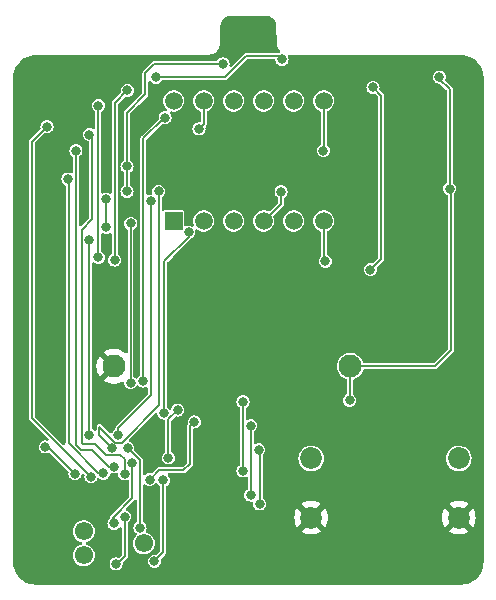
<source format=gbr>
%TF.GenerationSoftware,KiCad,Pcbnew,7.0.1*%
%TF.CreationDate,2023-04-20T20:08:01+02:00*%
%TF.ProjectId,RHT device,52485420-6465-4766-9963-652e6b696361,rev?*%
%TF.SameCoordinates,Original*%
%TF.FileFunction,Copper,L2,Bot*%
%TF.FilePolarity,Positive*%
%FSLAX46Y46*%
G04 Gerber Fmt 4.6, Leading zero omitted, Abs format (unit mm)*
G04 Created by KiCad (PCBNEW 7.0.1) date 2023-04-20 20:08:01*
%MOMM*%
%LPD*%
G01*
G04 APERTURE LIST*
%TA.AperFunction,ComponentPad*%
%ADD10C,1.850000*%
%TD*%
%TA.AperFunction,ComponentPad*%
%ADD11R,1.500000X1.500000*%
%TD*%
%TA.AperFunction,ComponentPad*%
%ADD12C,1.500000*%
%TD*%
%TA.AperFunction,ComponentPad*%
%ADD13C,1.550000*%
%TD*%
%TA.AperFunction,ComponentPad*%
%ADD14C,1.950000*%
%TD*%
%TA.AperFunction,ViaPad*%
%ADD15C,0.800000*%
%TD*%
%TA.AperFunction,Conductor*%
%ADD16C,0.200000*%
%TD*%
G04 APERTURE END LIST*
D10*
%TO.P,S1,1,1*%
%TO.N,gnd*%
X138570000Y-67500000D03*
%TO.P,S1,2,2*%
X126070000Y-67500000D03*
%TO.P,S1,3,3*%
%TO.N,Net-(R12-Pad1)*%
X138570000Y-62500000D03*
%TO.P,S1,4,4*%
X126070000Y-62500000D03*
%TD*%
D11*
%TO.P,U1,1,e*%
%TO.N,/D_e*%
X114430000Y-42390000D03*
D12*
%TO.P,U1,2,d*%
%TO.N,/D_d*%
X116970000Y-42390000D03*
%TO.P,U1,3,DPX*%
%TO.N,/D_dp*%
X119510000Y-42390000D03*
%TO.P,U1,4,c*%
%TO.N,/D_c*%
X122050000Y-42390000D03*
%TO.P,U1,5,g*%
%TO.N,/D_g*%
X124590000Y-42390000D03*
%TO.P,U1,6,CC4*%
%TO.N,/CC_4*%
X127130000Y-42390000D03*
%TO.P,U1,7,b*%
%TO.N,/D_b*%
X127130000Y-32230000D03*
%TO.P,U1,8,CC3*%
%TO.N,/CC_3*%
X124590000Y-32230000D03*
%TO.P,U1,9,CC2*%
%TO.N,/CC_2*%
X122050000Y-32230000D03*
%TO.P,U1,10,f*%
%TO.N,/D_f*%
X119510000Y-32230000D03*
%TO.P,U1,11,a*%
%TO.N,/D_a*%
X116970000Y-32230000D03*
%TO.P,U1,12,CC1*%
%TO.N,/CC_1*%
X114430000Y-32230000D03*
%TD*%
D13*
%TO.P,J1,7*%
%TO.N,N/C*%
X111900000Y-69665000D03*
%TO.P,J1,8*%
X106820000Y-70681000D03*
%TO.P,J1,9*%
X106820000Y-68649000D03*
%TD*%
D14*
%TO.P,U2,1,1*%
%TO.N,+3V*%
X129370000Y-54700000D03*
%TO.P,U2,2,2*%
%TO.N,gnd*%
X109370000Y-54700000D03*
%TD*%
D15*
%TO.N,gnd*%
X116650000Y-62725000D03*
X115300000Y-67100000D03*
X134885000Y-29360000D03*
X134885000Y-50660000D03*
X117175000Y-53375000D03*
%TO.N,+3V*%
X120300500Y-57699500D03*
X129325000Y-57575000D03*
X113595548Y-58660920D03*
X112800000Y-71200000D03*
X113550000Y-64350000D03*
X137800000Y-39650000D03*
X120300500Y-63550000D03*
X108725000Y-42925000D03*
X136925000Y-30200000D03*
X115700000Y-43350500D03*
X108725000Y-40550000D03*
%TO.N,/B_1*%
X109550000Y-71425000D03*
X110275000Y-67425000D03*
X116164502Y-59400000D03*
X112400000Y-64286500D03*
%TO.N,Net-(C3-Pad1)*%
X121700000Y-66350000D03*
X121625000Y-61750000D03*
%TO.N,/D_a*%
X107300000Y-35075000D03*
X116575000Y-34600000D03*
X110266234Y-63800000D03*
%TO.N,/D_b*%
X127100000Y-36450000D03*
X109350000Y-63200000D03*
X106150000Y-36450000D03*
%TO.N,/D_c*%
X108475000Y-63750000D03*
X123525000Y-39925000D03*
X105475000Y-38850000D03*
%TO.N,/C_1*%
X106075000Y-63800000D03*
X103550000Y-61525000D03*
%TO.N,/D_dp*%
X107275000Y-44000000D03*
X107275000Y-60500000D03*
%TO.N,/D_g*%
X113165734Y-39890734D03*
X109200000Y-61600000D03*
%TO.N,/D_d*%
X109750000Y-60500000D03*
X112515734Y-40709266D03*
%TO.N,/D_e*%
X110800000Y-42600000D03*
X110775000Y-56075000D03*
%TO.N,/D_f*%
X111865734Y-55940734D03*
X113700000Y-33650000D03*
%TO.N,/CC_1*%
X108050000Y-32625000D03*
X108050000Y-45475000D03*
%TO.N,/CC_2*%
X109425000Y-45700000D03*
X110500000Y-31325000D03*
%TO.N,/CC_3*%
X131071000Y-46504000D03*
X131300000Y-31075000D03*
%TO.N,/CC_4*%
X127275000Y-45800000D03*
%TO.N,/MCLR*%
X114775000Y-58400000D03*
X110525000Y-61600000D03*
X113975000Y-62450000D03*
X111575000Y-68350000D03*
%TO.N,Net-(R12-Pad1)*%
X120950000Y-59725000D03*
X120950000Y-65600000D03*
%TO.N,/PGC*%
X110915734Y-62909266D03*
X109375000Y-68000000D03*
%TO.N,/I2C_DATA*%
X107425000Y-64050000D03*
X103700000Y-34400000D03*
X112925000Y-30225000D03*
X123600000Y-28710500D03*
%TO.N,/I2C_SCK*%
X110480761Y-39875000D03*
X118600000Y-29100000D03*
X110480761Y-37780761D03*
%TD*%
D16*
%TO.N,gnd*%
X116650000Y-62725000D02*
X116650000Y-65875000D01*
X117175000Y-62200000D02*
X117175000Y-53375000D01*
X116650000Y-62725000D02*
X117175000Y-62200000D01*
X134885000Y-29360000D02*
X134885000Y-50660000D01*
X115425000Y-67100000D02*
X115300000Y-67100000D01*
X116650000Y-65875000D02*
X115425000Y-67100000D01*
%TO.N,+3V*%
X137800000Y-31225000D02*
X136925000Y-30350000D01*
X136525000Y-54700000D02*
X137925000Y-53300000D01*
X115700000Y-43350500D02*
X115700000Y-43725000D01*
X136925000Y-30350000D02*
X136925000Y-30200000D01*
X120300500Y-63550000D02*
X120300500Y-57699500D01*
X108725000Y-40550000D02*
X108725000Y-42625000D01*
X113550000Y-70450000D02*
X112800000Y-71200000D01*
X113625000Y-58631468D02*
X113595548Y-58660920D01*
X129370000Y-57530000D02*
X129370000Y-54700000D01*
X137925000Y-53300000D02*
X137925000Y-39775000D01*
X137925000Y-39775000D02*
X137800000Y-39650000D01*
X113625000Y-45800000D02*
X113625000Y-58631468D01*
X115700000Y-43725000D02*
X113625000Y-45800000D01*
X129370000Y-54700000D02*
X136525000Y-54700000D01*
X129325000Y-57575000D02*
X129370000Y-57530000D01*
X108725000Y-42625000D02*
X108725000Y-42925000D01*
X137800000Y-39650000D02*
X137800000Y-31225000D01*
X113550000Y-64350000D02*
X113550000Y-70450000D01*
%TO.N,/B_1*%
X115800000Y-62950000D02*
X115250000Y-63500000D01*
X109650000Y-71425000D02*
X109550000Y-71425000D01*
X115250000Y-63500000D02*
X113186500Y-63500000D01*
X113186500Y-63500000D02*
X112400000Y-64286500D01*
X110275000Y-67425000D02*
X110275000Y-70800000D01*
X110275000Y-70800000D02*
X109650000Y-71425000D01*
X115825000Y-59739502D02*
X115825000Y-62950000D01*
X116164502Y-59400000D02*
X115825000Y-59739502D01*
X115825000Y-62950000D02*
X115800000Y-62950000D01*
%TO.N,Net-(C3-Pad1)*%
X121700000Y-61825000D02*
X121625000Y-61750000D01*
X121700000Y-66350000D02*
X121700000Y-61825000D01*
%TO.N,/D_a*%
X106625000Y-43150000D02*
X107550000Y-42225000D01*
X107725000Y-61275000D02*
X106725000Y-61275000D01*
X108700000Y-62250000D02*
X107725000Y-61275000D01*
X109925000Y-62225000D02*
X109900000Y-62250000D01*
X107550000Y-35325000D02*
X107300000Y-35075000D01*
X110266234Y-62566234D02*
X109925000Y-62225000D01*
X106725000Y-61275000D02*
X106625000Y-61175000D01*
X107550000Y-42225000D02*
X107550000Y-35325000D01*
X116970000Y-32230000D02*
X116970000Y-34205000D01*
X106625000Y-61175000D02*
X106625000Y-43150000D01*
X116970000Y-34205000D02*
X116575000Y-34600000D01*
X110266234Y-63800000D02*
X110266234Y-62566234D01*
X109900000Y-62250000D02*
X108700000Y-62250000D01*
%TO.N,/D_b*%
X106575000Y-61775000D02*
X106150000Y-61350000D01*
X127130000Y-36420000D02*
X127130000Y-32230000D01*
X106150000Y-61350000D02*
X106150000Y-36450000D01*
X108950000Y-63200000D02*
X107525000Y-61775000D01*
X127100000Y-36450000D02*
X127130000Y-36420000D01*
X109350000Y-63200000D02*
X108950000Y-63200000D01*
X107525000Y-61775000D02*
X106575000Y-61775000D01*
%TO.N,/D_c*%
X108055026Y-63750000D02*
X105525000Y-61219974D01*
X123525000Y-39925000D02*
X123525000Y-40915000D01*
X105525000Y-38900000D02*
X105475000Y-38850000D01*
X105525000Y-61219974D02*
X105525000Y-38900000D01*
X108475000Y-63750000D02*
X108055026Y-63750000D01*
X123525000Y-40915000D02*
X122050000Y-42390000D01*
%TO.N,/C_1*%
X106075000Y-63800000D02*
X103800000Y-61525000D01*
X103800000Y-61525000D02*
X103550000Y-61525000D01*
%TO.N,/D_dp*%
X107275000Y-60500000D02*
X107275000Y-44000000D01*
%TO.N,/D_g*%
X108145000Y-59814239D02*
X109480761Y-61150000D01*
X113165734Y-58003505D02*
X113165734Y-39890734D01*
X108145000Y-60545000D02*
X108145000Y-59814239D01*
X109200000Y-61600000D02*
X108145000Y-60545000D01*
X109480761Y-61150000D02*
X110019239Y-61150000D01*
X110019239Y-61150000D02*
X113165734Y-58003505D01*
%TO.N,/D_d*%
X109750000Y-59900000D02*
X112515734Y-57134266D01*
X109750000Y-60500000D02*
X109750000Y-59900000D01*
X112515734Y-57134266D02*
X112515734Y-40709266D01*
%TO.N,/D_e*%
X110775000Y-42700000D02*
X110775000Y-42625000D01*
X110775000Y-56075000D02*
X110775000Y-42700000D01*
X110775000Y-42625000D02*
X110800000Y-42600000D01*
%TO.N,/D_f*%
X111865734Y-55940734D02*
X111865734Y-35409266D01*
X113625000Y-33650000D02*
X113700000Y-33650000D01*
X111865734Y-35409266D02*
X113625000Y-33650000D01*
%TO.N,/CC_1*%
X108050000Y-45475000D02*
X108050000Y-32625000D01*
%TO.N,/CC_2*%
X109425000Y-32400000D02*
X110500000Y-31325000D01*
X109425000Y-32450000D02*
X109425000Y-32400000D01*
X109425000Y-45700000D02*
X109425000Y-32450000D01*
%TO.N,/CC_3*%
X132000000Y-45575000D02*
X132000000Y-31775000D01*
X131071000Y-46504000D02*
X132000000Y-45575000D01*
X132000000Y-31775000D02*
X131300000Y-31075000D01*
%TO.N,/CC_4*%
X127130000Y-45655000D02*
X127130000Y-42390000D01*
X127275000Y-45800000D02*
X127130000Y-45655000D01*
%TO.N,/MCLR*%
X111575000Y-62650000D02*
X110525000Y-61600000D01*
X111575000Y-68350000D02*
X111575000Y-62650000D01*
X113975000Y-62450000D02*
X113975000Y-59200000D01*
X113975000Y-59200000D02*
X114775000Y-58400000D01*
%TO.N,Net-(R12-Pad1)*%
X120950000Y-65600000D02*
X120950000Y-59725000D01*
%TO.N,/PGC*%
X109280761Y-67905761D02*
X109375000Y-68000000D01*
X110915734Y-62909266D02*
X110915734Y-65865027D01*
X110915734Y-65865027D02*
X109280761Y-67500000D01*
X109280761Y-67500000D02*
X109280761Y-67905761D01*
%TO.N,/I2C_DATA*%
X102450000Y-59075000D02*
X102400000Y-59025000D01*
X102400000Y-35700000D02*
X103700000Y-34400000D01*
X123600000Y-28710500D02*
X123339500Y-28450000D01*
X120550000Y-28450000D02*
X118775000Y-30225000D01*
X118775000Y-30225000D02*
X112925000Y-30225000D01*
X107425000Y-64050000D02*
X102450000Y-59075000D01*
X123339500Y-28450000D02*
X120550000Y-28450000D01*
X102400000Y-59025000D02*
X102400000Y-35700000D01*
%TO.N,/I2C_SCK*%
X112800000Y-29100000D02*
X112025000Y-29875000D01*
X110480761Y-37780761D02*
X110480761Y-33219239D01*
X110480761Y-39875000D02*
X110480761Y-37780761D01*
X112025000Y-31675000D02*
X112025000Y-29875000D01*
X110480761Y-33219239D02*
X112025000Y-31675000D01*
X118600000Y-29100000D02*
X112800000Y-29100000D01*
%TD*%
%TA.AperFunction,Conductor*%
%TO.N,gnd*%
G36*
X122415324Y-25004225D02*
G01*
X122505720Y-25028446D01*
X122526028Y-25035838D01*
X122526037Y-25035842D01*
X122652418Y-25094775D01*
X122671136Y-25105582D01*
X122785370Y-25185569D01*
X122801928Y-25199463D01*
X122900536Y-25298071D01*
X122914430Y-25314629D01*
X122994417Y-25428863D01*
X123005224Y-25447581D01*
X123064160Y-25573968D01*
X123071553Y-25594280D01*
X123107647Y-25728986D01*
X123111400Y-25750272D01*
X123124028Y-25894609D01*
X123124500Y-25905416D01*
X123124500Y-25941434D01*
X123124960Y-25944255D01*
X123138601Y-27239708D01*
X123138608Y-27241113D01*
X123138526Y-27343253D01*
X123165016Y-27494881D01*
X123170624Y-27526980D01*
X123184758Y-27566197D01*
X123233861Y-27702443D01*
X123236042Y-27706263D01*
X123326349Y-27864402D01*
X123430376Y-27989977D01*
X123456984Y-28047459D01*
X123451732Y-28110584D01*
X123415988Y-28162878D01*
X123359080Y-28190696D01*
X123326811Y-28197116D01*
X123302615Y-28199500D01*
X120586885Y-28199500D01*
X120562694Y-28197117D01*
X120550000Y-28194592D01*
X120549999Y-28194592D01*
X120452259Y-28214033D01*
X120437616Y-28223818D01*
X120437615Y-28223817D01*
X120369399Y-28269397D01*
X120362202Y-28280169D01*
X120346783Y-28298955D01*
X119354346Y-29291392D01*
X119301883Y-29322605D01*
X119240883Y-29325001D01*
X119186133Y-29298001D01*
X119150901Y-29248148D01*
X119143726Y-29187528D01*
X119155250Y-29100000D01*
X119136330Y-28956291D01*
X119090063Y-28844590D01*
X119080862Y-28822377D01*
X119080861Y-28822376D01*
X119080861Y-28822375D01*
X118992621Y-28707379D01*
X118877625Y-28619139D01*
X118877624Y-28619138D01*
X118877622Y-28619137D01*
X118743709Y-28563670D01*
X118600000Y-28544749D01*
X118456290Y-28563670D01*
X118322377Y-28619137D01*
X118207377Y-28707380D01*
X118172084Y-28753376D01*
X118135550Y-28800987D01*
X118092020Y-28836712D01*
X118037176Y-28849500D01*
X112836891Y-28849500D01*
X112812699Y-28847117D01*
X112808608Y-28846303D01*
X112799998Y-28844590D01*
X112702260Y-28864033D01*
X112661751Y-28891101D01*
X112619397Y-28919400D01*
X112612202Y-28930168D01*
X112596785Y-28948952D01*
X111873955Y-29671783D01*
X111855169Y-29687201D01*
X111844400Y-29694397D01*
X111827869Y-29719137D01*
X111827869Y-29719139D01*
X111789033Y-29777259D01*
X111769592Y-29874999D01*
X111772117Y-29887693D01*
X111774500Y-29911885D01*
X111774500Y-31519877D01*
X111765061Y-31567330D01*
X111738181Y-31607558D01*
X110329716Y-33016022D01*
X110310930Y-33031441D01*
X110300160Y-33038637D01*
X110275530Y-33075500D01*
X110275529Y-33075500D01*
X110244795Y-33121496D01*
X110225353Y-33219238D01*
X110227878Y-33231932D01*
X110230261Y-33256124D01*
X110230261Y-37217937D01*
X110217473Y-37272781D01*
X110181748Y-37316311D01*
X110152634Y-37338651D01*
X110088141Y-37388138D01*
X109999898Y-37503138D01*
X109944431Y-37637051D01*
X109925510Y-37780761D01*
X109944431Y-37924470D01*
X109999898Y-38058383D01*
X109999899Y-38058385D01*
X109999900Y-38058386D01*
X110088140Y-38173382D01*
X110181748Y-38245210D01*
X110217473Y-38288741D01*
X110230261Y-38343585D01*
X110230261Y-39312176D01*
X110217473Y-39367020D01*
X110181748Y-39410550D01*
X110152634Y-39432890D01*
X110088141Y-39482377D01*
X109999898Y-39597377D01*
X109944431Y-39731290D01*
X109925510Y-39875000D01*
X109944431Y-40018709D01*
X109999898Y-40152622D01*
X109999899Y-40152624D01*
X109999900Y-40152625D01*
X110088140Y-40267621D01*
X110203136Y-40355861D01*
X110337052Y-40411330D01*
X110480761Y-40430250D01*
X110624470Y-40411330D01*
X110758386Y-40355861D01*
X110873382Y-40267621D01*
X110961622Y-40152625D01*
X111017091Y-40018709D01*
X111036011Y-39875000D01*
X111017091Y-39731291D01*
X110961622Y-39597375D01*
X110873382Y-39482379D01*
X110873380Y-39482378D01*
X110873380Y-39482377D01*
X110823544Y-39444137D01*
X110779773Y-39410550D01*
X110744049Y-39367020D01*
X110731261Y-39312176D01*
X110731261Y-38343585D01*
X110744049Y-38288741D01*
X110779773Y-38245210D01*
X110873382Y-38173382D01*
X110961622Y-38058386D01*
X111017091Y-37924470D01*
X111036011Y-37780761D01*
X111017091Y-37637052D01*
X110961622Y-37503136D01*
X110873382Y-37388140D01*
X110873380Y-37388139D01*
X110873380Y-37388138D01*
X110830750Y-37355427D01*
X110779773Y-37316311D01*
X110744049Y-37272781D01*
X110731261Y-37217937D01*
X110731261Y-33374361D01*
X110740700Y-33326908D01*
X110767580Y-33286680D01*
X111455976Y-32598284D01*
X112176051Y-31878208D01*
X112194827Y-31862799D01*
X112205601Y-31855601D01*
X112260966Y-31772740D01*
X112267677Y-31739004D01*
X112280409Y-31675000D01*
X112277882Y-31662300D01*
X112275500Y-31638109D01*
X112275500Y-30648143D01*
X112290527Y-30588975D01*
X112331965Y-30544148D01*
X112389771Y-30524525D01*
X112449935Y-30534863D01*
X112497875Y-30572656D01*
X112532376Y-30617618D01*
X112532377Y-30617619D01*
X112532379Y-30617621D01*
X112647375Y-30705861D01*
X112781291Y-30761330D01*
X112925000Y-30780250D01*
X113068709Y-30761330D01*
X113202625Y-30705861D01*
X113317621Y-30617621D01*
X113389449Y-30524012D01*
X113432980Y-30488288D01*
X113487824Y-30475500D01*
X118738115Y-30475500D01*
X118762305Y-30477882D01*
X118775000Y-30480408D01*
X118872741Y-30460966D01*
X118902536Y-30441057D01*
X118955601Y-30405601D01*
X118962798Y-30394828D01*
X118978210Y-30376048D01*
X120617440Y-28736819D01*
X120657669Y-28709939D01*
X120705122Y-28700500D01*
X122934689Y-28700500D01*
X122991946Y-28714511D01*
X123036264Y-28753376D01*
X123057627Y-28808312D01*
X123062404Y-28844590D01*
X123063670Y-28854209D01*
X123119137Y-28988122D01*
X123119138Y-28988124D01*
X123119139Y-28988125D01*
X123207379Y-29103121D01*
X123322375Y-29191361D01*
X123456291Y-29246830D01*
X123600000Y-29265750D01*
X123743709Y-29246830D01*
X123877625Y-29191361D01*
X123992621Y-29103121D01*
X124080861Y-28988125D01*
X124136330Y-28854209D01*
X124155250Y-28710500D01*
X124136330Y-28566791D01*
X124107540Y-28497284D01*
X124098742Y-28437239D01*
X124119490Y-28380211D01*
X124164815Y-28339858D01*
X124223860Y-28325844D01*
X124239545Y-28326066D01*
X124243301Y-28325499D01*
X138700802Y-28325499D01*
X138700806Y-28325500D01*
X138725469Y-28325500D01*
X138745933Y-28325500D01*
X138754042Y-28325765D01*
X138777909Y-28327329D01*
X138993102Y-28341433D01*
X139009165Y-28343548D01*
X139240136Y-28389492D01*
X139255779Y-28393683D01*
X139478787Y-28469384D01*
X139493754Y-28475584D01*
X139634007Y-28544749D01*
X139704960Y-28579739D01*
X139719006Y-28587849D01*
X139914802Y-28718675D01*
X139927667Y-28728546D01*
X140010269Y-28800986D01*
X140104716Y-28883814D01*
X140116185Y-28895283D01*
X140271450Y-29072328D01*
X140281324Y-29085197D01*
X140412150Y-29280993D01*
X140420260Y-29295039D01*
X140524412Y-29506238D01*
X140530617Y-29521220D01*
X140606288Y-29744139D01*
X140606311Y-29744204D01*
X140610509Y-29759872D01*
X140656449Y-29990825D01*
X140658567Y-30006906D01*
X140674235Y-30245957D01*
X140674500Y-30254067D01*
X140674500Y-71245933D01*
X140674235Y-71254043D01*
X140658567Y-71493093D01*
X140656449Y-71509174D01*
X140610509Y-71740127D01*
X140606311Y-71755795D01*
X140530619Y-71978776D01*
X140524412Y-71993761D01*
X140420260Y-72204960D01*
X140412150Y-72219006D01*
X140281324Y-72414802D01*
X140271450Y-72427671D01*
X140116185Y-72604716D01*
X140104716Y-72616185D01*
X139927671Y-72771450D01*
X139914802Y-72781324D01*
X139719006Y-72912150D01*
X139704960Y-72920260D01*
X139493761Y-73024412D01*
X139478776Y-73030619D01*
X139255795Y-73106311D01*
X139240127Y-73110509D01*
X139009174Y-73156449D01*
X138993093Y-73158567D01*
X138754043Y-73174235D01*
X138745933Y-73174500D01*
X102754067Y-73174500D01*
X102745957Y-73174235D01*
X102506906Y-73158567D01*
X102490825Y-73156449D01*
X102259872Y-73110509D01*
X102244210Y-73106312D01*
X102021220Y-73030617D01*
X102006238Y-73024412D01*
X101795039Y-72920260D01*
X101780993Y-72912150D01*
X101585197Y-72781324D01*
X101572328Y-72771450D01*
X101395283Y-72616185D01*
X101383814Y-72604716D01*
X101228549Y-72427671D01*
X101218675Y-72414802D01*
X101087849Y-72219006D01*
X101079739Y-72204960D01*
X101062469Y-72169940D01*
X100975584Y-71993754D01*
X100969384Y-71978787D01*
X100893683Y-71755779D01*
X100889492Y-71740136D01*
X100843548Y-71509165D01*
X100841433Y-71493102D01*
X100825765Y-71254042D01*
X100825500Y-71245933D01*
X100825500Y-70681000D01*
X105889402Y-70681000D01*
X105909738Y-70874482D01*
X105909739Y-70874485D01*
X105969855Y-71059507D01*
X106067129Y-71227992D01*
X106197308Y-71372570D01*
X106354699Y-71486921D01*
X106354700Y-71486921D01*
X106354701Y-71486922D01*
X106386766Y-71501198D01*
X106532431Y-71566052D01*
X106722724Y-71606500D01*
X106722726Y-71606500D01*
X106917274Y-71606500D01*
X106917276Y-71606500D01*
X107107568Y-71566052D01*
X107107569Y-71566051D01*
X107107571Y-71566051D01*
X107285299Y-71486922D01*
X107370527Y-71425000D01*
X107442691Y-71372570D01*
X107572870Y-71227992D01*
X107619414Y-71147375D01*
X107670144Y-71059508D01*
X107730262Y-70874482D01*
X107750598Y-70681000D01*
X107730262Y-70487518D01*
X107670144Y-70302492D01*
X107617894Y-70211992D01*
X107572870Y-70134007D01*
X107442691Y-69989429D01*
X107285300Y-69875078D01*
X107107568Y-69795947D01*
X107062131Y-69786290D01*
X107003028Y-69755392D01*
X106968480Y-69698346D01*
X106968480Y-69631654D01*
X107003028Y-69574608D01*
X107062131Y-69543710D01*
X107107568Y-69534052D01*
X107107569Y-69534051D01*
X107107571Y-69534051D01*
X107285299Y-69454922D01*
X107442692Y-69340569D01*
X107572870Y-69195992D01*
X107670144Y-69027508D01*
X107730262Y-68842482D01*
X107750598Y-68649000D01*
X107730262Y-68455518D01*
X107670144Y-68270492D01*
X107618218Y-68180553D01*
X107572870Y-68102007D01*
X107442691Y-67957429D01*
X107285300Y-67843078D01*
X107107568Y-67763947D01*
X106917276Y-67723500D01*
X106917274Y-67723500D01*
X106722726Y-67723500D01*
X106722724Y-67723500D01*
X106532431Y-67763947D01*
X106354699Y-67843078D01*
X106197308Y-67957429D01*
X106067129Y-68102007D01*
X105969855Y-68270492D01*
X105930174Y-68392621D01*
X105909738Y-68455518D01*
X105889402Y-68649000D01*
X105909738Y-68842482D01*
X105909739Y-68842485D01*
X105969855Y-69027507D01*
X106067129Y-69195992D01*
X106197308Y-69340570D01*
X106354699Y-69454921D01*
X106532431Y-69534052D01*
X106577868Y-69543710D01*
X106636971Y-69574608D01*
X106671519Y-69631654D01*
X106671519Y-69698346D01*
X106636971Y-69755392D01*
X106577868Y-69786290D01*
X106532431Y-69795947D01*
X106354699Y-69875078D01*
X106197308Y-69989429D01*
X106067129Y-70134007D01*
X105969855Y-70302492D01*
X105915130Y-70470922D01*
X105909738Y-70487518D01*
X105889402Y-70681000D01*
X100825500Y-70681000D01*
X100825500Y-59025000D01*
X102144592Y-59025000D01*
X102164033Y-59122741D01*
X102178635Y-59144593D01*
X102178637Y-59144596D01*
X102219398Y-59205600D01*
X102230162Y-59212793D01*
X102248954Y-59228215D01*
X102298996Y-59278257D01*
X102299002Y-59278262D01*
X103798974Y-60778234D01*
X103830187Y-60830697D01*
X103832583Y-60891696D01*
X103805583Y-60946447D01*
X103755730Y-60981679D01*
X103695107Y-60988854D01*
X103550000Y-60969749D01*
X103406290Y-60988670D01*
X103272377Y-61044137D01*
X103157379Y-61132379D01*
X103069137Y-61247377D01*
X103013670Y-61381290D01*
X102994749Y-61525000D01*
X103013670Y-61668709D01*
X103069137Y-61802622D01*
X103069138Y-61802624D01*
X103069139Y-61802625D01*
X103157379Y-61917621D01*
X103272375Y-62005861D01*
X103272376Y-62005861D01*
X103272377Y-62005862D01*
X103302715Y-62018428D01*
X103406291Y-62061330D01*
X103550000Y-62080250D01*
X103693709Y-62061330D01*
X103821065Y-62008577D01*
X103868517Y-61999139D01*
X103915970Y-62008578D01*
X103956197Y-62035457D01*
X104728118Y-62807379D01*
X105499893Y-63579154D01*
X105529631Y-63626977D01*
X105535151Y-63683021D01*
X105519749Y-63799999D01*
X105538670Y-63943709D01*
X105594137Y-64077622D01*
X105594138Y-64077624D01*
X105594139Y-64077625D01*
X105682379Y-64192621D01*
X105797375Y-64280861D01*
X105797376Y-64280861D01*
X105797377Y-64280862D01*
X105810989Y-64286500D01*
X105931291Y-64336330D01*
X106075000Y-64355250D01*
X106218709Y-64336330D01*
X106352625Y-64280861D01*
X106467621Y-64192621D01*
X106555861Y-64077625D01*
X106611330Y-63943709D01*
X106619590Y-63880964D01*
X106646676Y-63818486D01*
X106702670Y-63779732D01*
X106770686Y-63776390D01*
X106830210Y-63809470D01*
X106849892Y-63829152D01*
X106879630Y-63876974D01*
X106885150Y-63933018D01*
X106869749Y-64049998D01*
X106888670Y-64193709D01*
X106944137Y-64327622D01*
X106944138Y-64327624D01*
X106944139Y-64327625D01*
X107032379Y-64442621D01*
X107147375Y-64530861D01*
X107281291Y-64586330D01*
X107425000Y-64605250D01*
X107568709Y-64586330D01*
X107702625Y-64530861D01*
X107817621Y-64442621D01*
X107905861Y-64327625D01*
X107944741Y-64233757D01*
X107977541Y-64187985D01*
X108027207Y-64161437D01*
X108083492Y-64159595D01*
X108134787Y-64182836D01*
X108197375Y-64230861D01*
X108331291Y-64286330D01*
X108475000Y-64305250D01*
X108618709Y-64286330D01*
X108752625Y-64230861D01*
X108867621Y-64142621D01*
X108955861Y-64027625D01*
X109011330Y-63893709D01*
X109019967Y-63828103D01*
X109039802Y-63775401D01*
X109080904Y-63736904D01*
X109134794Y-63720557D01*
X109190356Y-63729729D01*
X109206291Y-63736330D01*
X109350000Y-63755250D01*
X109493709Y-63736330D01*
X109542506Y-63716117D01*
X109598062Y-63706945D01*
X109651952Y-63723292D01*
X109693055Y-63761789D01*
X109712892Y-63814494D01*
X109729904Y-63943709D01*
X109785371Y-64077622D01*
X109785372Y-64077624D01*
X109785373Y-64077625D01*
X109873613Y-64192621D01*
X109988609Y-64280861D01*
X109988610Y-64280861D01*
X109988611Y-64280862D01*
X110002223Y-64286500D01*
X110122525Y-64336330D01*
X110266234Y-64355250D01*
X110409943Y-64336330D01*
X110493782Y-64301603D01*
X110553389Y-64292762D01*
X110610125Y-64313063D01*
X110650592Y-64357712D01*
X110665234Y-64416165D01*
X110665234Y-65709905D01*
X110655795Y-65757358D01*
X110628915Y-65797586D01*
X109129716Y-67296783D01*
X109110931Y-67312201D01*
X109100161Y-67319398D01*
X109064709Y-67372452D01*
X109064704Y-67372460D01*
X109064703Y-67372463D01*
X109054714Y-67387412D01*
X109044793Y-67402261D01*
X109020541Y-67524191D01*
X109020263Y-67524135D01*
X109017585Y-67556791D01*
X108990633Y-67593136D01*
X108992317Y-67594428D01*
X108894137Y-67722377D01*
X108838670Y-67856290D01*
X108819749Y-67999999D01*
X108838670Y-68143709D01*
X108894137Y-68277622D01*
X108894138Y-68277624D01*
X108894139Y-68277625D01*
X108982379Y-68392621D01*
X109097375Y-68480861D01*
X109231291Y-68536330D01*
X109375000Y-68555250D01*
X109518709Y-68536330D01*
X109652625Y-68480861D01*
X109767621Y-68392621D01*
X109789602Y-68363975D01*
X109802125Y-68347656D01*
X109850065Y-68309863D01*
X109910229Y-68299525D01*
X109968035Y-68319148D01*
X110009473Y-68363975D01*
X110024500Y-68423143D01*
X110024500Y-70644878D01*
X110015061Y-70692331D01*
X109988183Y-70732556D01*
X109850128Y-70870610D01*
X109809903Y-70897488D01*
X109762451Y-70906927D01*
X109714998Y-70897488D01*
X109693709Y-70888670D01*
X109550000Y-70869749D01*
X109406290Y-70888670D01*
X109272377Y-70944137D01*
X109157379Y-71032379D01*
X109069137Y-71147377D01*
X109013670Y-71281290D01*
X108994750Y-71424999D01*
X109013670Y-71568709D01*
X109069137Y-71702622D01*
X109069138Y-71702624D01*
X109069139Y-71702625D01*
X109157379Y-71817621D01*
X109272375Y-71905861D01*
X109406291Y-71961330D01*
X109550000Y-71980250D01*
X109693709Y-71961330D01*
X109827625Y-71905861D01*
X109942621Y-71817621D01*
X110030861Y-71702625D01*
X110086330Y-71568709D01*
X110105250Y-71425000D01*
X110101482Y-71396384D01*
X110107001Y-71340342D01*
X110136738Y-71292520D01*
X110426048Y-71003210D01*
X110444829Y-70987797D01*
X110455601Y-70980601D01*
X110510966Y-70897740D01*
X110525500Y-70824674D01*
X110525500Y-70824673D01*
X110530408Y-70800000D01*
X110527882Y-70787305D01*
X110525500Y-70763114D01*
X110525500Y-67987824D01*
X110538288Y-67932980D01*
X110574012Y-67889449D01*
X110667621Y-67817621D01*
X110755861Y-67702625D01*
X110811330Y-67568709D01*
X110830250Y-67425000D01*
X110811330Y-67281291D01*
X110755861Y-67147375D01*
X110667621Y-67032379D01*
X110552625Y-66944139D01*
X110552624Y-66944138D01*
X110517950Y-66929776D01*
X110468283Y-66909204D01*
X110419884Y-66873310D01*
X110394120Y-66818836D01*
X110397076Y-66758649D01*
X110428054Y-66706965D01*
X111066782Y-66068237D01*
X111085562Y-66052825D01*
X111096335Y-66045628D01*
X111096338Y-66045624D01*
X111097398Y-66044039D01*
X111144205Y-66002444D01*
X111205368Y-65989025D01*
X111265290Y-66007202D01*
X111308689Y-66052340D01*
X111324500Y-66112929D01*
X111324500Y-67787176D01*
X111311712Y-67842020D01*
X111275987Y-67885550D01*
X111249518Y-67905861D01*
X111182380Y-67957377D01*
X111094137Y-68072377D01*
X111038670Y-68206290D01*
X111019749Y-68349999D01*
X111038670Y-68493709D01*
X111094137Y-68627622D01*
X111094138Y-68627624D01*
X111094139Y-68627625D01*
X111182379Y-68742621D01*
X111255004Y-68798348D01*
X111295281Y-68852287D01*
X111301441Y-68919322D01*
X111271668Y-68979694D01*
X111228618Y-69027507D01*
X111147127Y-69118010D01*
X111049855Y-69286492D01*
X110995130Y-69454922D01*
X110989738Y-69471518D01*
X110969402Y-69665000D01*
X110989738Y-69858482D01*
X110989739Y-69858485D01*
X111049855Y-70043507D01*
X111147129Y-70211992D01*
X111277308Y-70356570D01*
X111434699Y-70470921D01*
X111612431Y-70550052D01*
X111802724Y-70590500D01*
X111802726Y-70590500D01*
X111997274Y-70590500D01*
X111997276Y-70590500D01*
X112187568Y-70550052D01*
X112187569Y-70550051D01*
X112187571Y-70550051D01*
X112365299Y-70470922D01*
X112522692Y-70356569D01*
X112652870Y-70211992D01*
X112750144Y-70043508D01*
X112810262Y-69858482D01*
X112830598Y-69665000D01*
X112810262Y-69471518D01*
X112750144Y-69286492D01*
X112697894Y-69195992D01*
X112652870Y-69118007D01*
X112522691Y-68973429D01*
X112365300Y-68859078D01*
X112187568Y-68779947D01*
X112154365Y-68772890D01*
X112105305Y-68750468D01*
X112070408Y-68709336D01*
X112056276Y-68657279D01*
X112065585Y-68604148D01*
X112085839Y-68555250D01*
X112111330Y-68493709D01*
X112130250Y-68350000D01*
X112129941Y-68347656D01*
X112125734Y-68315696D01*
X112111330Y-68206291D01*
X112055861Y-68072375D01*
X111967621Y-67957379D01*
X111967619Y-67957378D01*
X111967619Y-67957377D01*
X111915123Y-67917096D01*
X111874012Y-67885550D01*
X111838288Y-67842020D01*
X111825500Y-67787176D01*
X111825500Y-64791008D01*
X111844199Y-64725528D01*
X111894656Y-64679796D01*
X111961654Y-64667605D01*
X112024986Y-64692632D01*
X112122374Y-64767360D01*
X112122375Y-64767361D01*
X112256291Y-64822830D01*
X112400000Y-64841750D01*
X112543709Y-64822830D01*
X112677625Y-64767361D01*
X112792621Y-64679121D01*
X112855305Y-64597429D01*
X112906229Y-64558354D01*
X112969868Y-64549976D01*
X113029169Y-64574540D01*
X113068243Y-64625463D01*
X113069137Y-64627622D01*
X113069138Y-64627624D01*
X113069139Y-64627625D01*
X113157379Y-64742621D01*
X113250987Y-64814449D01*
X113286712Y-64857980D01*
X113299500Y-64912824D01*
X113299500Y-70294878D01*
X113290061Y-70342331D01*
X113263181Y-70382559D01*
X113020846Y-70624893D01*
X112973023Y-70654631D01*
X112916979Y-70660150D01*
X112902921Y-70658300D01*
X112800000Y-70644749D01*
X112656290Y-70663670D01*
X112522377Y-70719137D01*
X112407379Y-70807379D01*
X112319137Y-70922377D01*
X112263670Y-71056290D01*
X112244749Y-71200000D01*
X112263670Y-71343709D01*
X112319137Y-71477622D01*
X112319138Y-71477624D01*
X112319139Y-71477625D01*
X112407379Y-71592621D01*
X112522375Y-71680861D01*
X112656291Y-71736330D01*
X112800000Y-71755250D01*
X112943709Y-71736330D01*
X113077625Y-71680861D01*
X113192621Y-71592621D01*
X113280861Y-71477625D01*
X113336330Y-71343709D01*
X113355250Y-71200000D01*
X113339848Y-71083015D01*
X113345367Y-71026975D01*
X113375104Y-70979154D01*
X113701048Y-70653210D01*
X113719828Y-70637798D01*
X113730601Y-70630601D01*
X113766057Y-70577536D01*
X113785966Y-70547741D01*
X113805408Y-70450000D01*
X113802882Y-70437305D01*
X113800500Y-70413115D01*
X113800500Y-68670165D01*
X125253386Y-68670165D01*
X125287926Y-68697049D01*
X125495626Y-68809451D01*
X125718982Y-68886129D01*
X125951921Y-68925000D01*
X126188079Y-68925000D01*
X126421017Y-68886129D01*
X126644373Y-68809451D01*
X126852074Y-68697049D01*
X126886612Y-68670166D01*
X126886613Y-68670165D01*
X137753386Y-68670165D01*
X137787926Y-68697049D01*
X137995626Y-68809451D01*
X138218982Y-68886129D01*
X138451921Y-68925000D01*
X138688079Y-68925000D01*
X138921017Y-68886129D01*
X139144373Y-68809451D01*
X139352074Y-68697049D01*
X139386612Y-68670166D01*
X139386613Y-68670165D01*
X138570000Y-67853553D01*
X137753386Y-68670165D01*
X126886613Y-68670165D01*
X126070000Y-67853553D01*
X125253386Y-68670165D01*
X113800500Y-68670165D01*
X113800500Y-67500000D01*
X124640115Y-67500000D01*
X124659617Y-67735346D01*
X124717591Y-67964282D01*
X124812456Y-68180552D01*
X124900750Y-68315695D01*
X125716447Y-67500001D01*
X126423553Y-67500001D01*
X127239248Y-68315696D01*
X127327542Y-68180553D01*
X127422408Y-67964282D01*
X127480382Y-67735346D01*
X127499884Y-67500000D01*
X137140115Y-67500000D01*
X137159617Y-67735346D01*
X137217591Y-67964282D01*
X137312456Y-68180552D01*
X137400750Y-68315695D01*
X138216447Y-67500001D01*
X138216447Y-67500000D01*
X138923553Y-67500000D01*
X139739248Y-68315696D01*
X139827542Y-68180553D01*
X139922408Y-67964282D01*
X139980382Y-67735346D01*
X139999884Y-67499999D01*
X139980382Y-67264653D01*
X139922408Y-67035717D01*
X139827543Y-66819447D01*
X139739248Y-66684302D01*
X138923553Y-67500000D01*
X138216447Y-67500000D01*
X137400749Y-66684302D01*
X137312454Y-66819449D01*
X137217592Y-67035714D01*
X137159617Y-67264653D01*
X137140115Y-67500000D01*
X127499884Y-67500000D01*
X127480382Y-67264653D01*
X127422408Y-67035717D01*
X127327543Y-66819447D01*
X127239248Y-66684302D01*
X126423553Y-67500000D01*
X126423553Y-67500001D01*
X125716447Y-67500001D01*
X125716447Y-67500000D01*
X124900749Y-66684302D01*
X124812454Y-66819449D01*
X124717592Y-67035714D01*
X124659617Y-67264653D01*
X124640115Y-67500000D01*
X113800500Y-67500000D01*
X113800500Y-64912824D01*
X113813288Y-64857980D01*
X113849012Y-64814449D01*
X113942621Y-64742621D01*
X114030861Y-64627625D01*
X114086330Y-64493709D01*
X114105250Y-64350000D01*
X114086330Y-64206291D01*
X114030861Y-64072375D01*
X114013692Y-64050000D01*
X113936949Y-63949986D01*
X113911922Y-63886654D01*
X113924113Y-63819656D01*
X113969845Y-63769199D01*
X114035325Y-63750500D01*
X115213115Y-63750500D01*
X115237305Y-63752882D01*
X115250000Y-63755408D01*
X115347741Y-63735966D01*
X115377536Y-63716057D01*
X115430601Y-63680601D01*
X115437798Y-63669828D01*
X115453210Y-63651048D01*
X115554259Y-63549999D01*
X119745249Y-63549999D01*
X119764170Y-63693709D01*
X119819637Y-63827622D01*
X119819638Y-63827624D01*
X119819639Y-63827625D01*
X119907879Y-63942621D01*
X120022875Y-64030861D01*
X120156791Y-64086330D01*
X120281578Y-64102758D01*
X120300499Y-64105250D01*
X120300499Y-64105249D01*
X120300500Y-64105250D01*
X120444209Y-64086330D01*
X120528048Y-64051603D01*
X120587655Y-64042762D01*
X120644391Y-64063063D01*
X120684858Y-64107712D01*
X120699500Y-64166165D01*
X120699500Y-65037176D01*
X120686712Y-65092020D01*
X120650987Y-65135550D01*
X120633264Y-65149150D01*
X120557380Y-65207377D01*
X120469137Y-65322377D01*
X120413670Y-65456290D01*
X120394749Y-65600000D01*
X120413670Y-65743709D01*
X120469137Y-65877622D01*
X120469138Y-65877624D01*
X120469139Y-65877625D01*
X120557379Y-65992621D01*
X120672375Y-66080861D01*
X120806291Y-66136330D01*
X120950000Y-66155250D01*
X121014059Y-66146816D01*
X121070102Y-66152335D01*
X121117925Y-66182073D01*
X121147663Y-66229896D01*
X121153183Y-66285940D01*
X121144749Y-66349998D01*
X121163670Y-66493709D01*
X121219137Y-66627622D01*
X121219138Y-66627624D01*
X121219139Y-66627625D01*
X121307379Y-66742621D01*
X121422375Y-66830861D01*
X121556291Y-66886330D01*
X121700000Y-66905250D01*
X121843709Y-66886330D01*
X121977625Y-66830861D01*
X122092621Y-66742621D01*
X122180861Y-66627625D01*
X122236330Y-66493709D01*
X122255250Y-66350000D01*
X122252595Y-66329833D01*
X125253385Y-66329833D01*
X126070000Y-67146447D01*
X126070001Y-67146447D01*
X126886612Y-66329833D01*
X137753385Y-66329833D01*
X138570000Y-67146447D01*
X138570001Y-67146447D01*
X139386612Y-66329833D01*
X139386612Y-66329831D01*
X139352074Y-66302950D01*
X139144376Y-66190549D01*
X138921017Y-66113870D01*
X138688079Y-66075000D01*
X138451921Y-66075000D01*
X138218982Y-66113870D01*
X137995626Y-66190548D01*
X137787924Y-66302951D01*
X137753386Y-66329832D01*
X137753385Y-66329833D01*
X126886612Y-66329833D01*
X126886612Y-66329831D01*
X126852074Y-66302950D01*
X126644376Y-66190549D01*
X126421017Y-66113870D01*
X126188079Y-66075000D01*
X125951921Y-66075000D01*
X125718982Y-66113870D01*
X125495626Y-66190548D01*
X125287924Y-66302951D01*
X125253386Y-66329832D01*
X125253385Y-66329833D01*
X122252595Y-66329833D01*
X122236330Y-66206291D01*
X122186861Y-66086861D01*
X122180862Y-66072377D01*
X122180861Y-66072376D01*
X122180861Y-66072375D01*
X122092621Y-65957379D01*
X122092619Y-65957378D01*
X122092619Y-65957377D01*
X122049989Y-65924666D01*
X121999012Y-65885550D01*
X121963288Y-65842020D01*
X121950500Y-65787176D01*
X121950500Y-62499999D01*
X124989892Y-62499999D01*
X125008282Y-62698470D01*
X125062827Y-62890178D01*
X125110706Y-62986329D01*
X125151674Y-63068604D01*
X125198492Y-63130601D01*
X125271791Y-63227665D01*
X125419087Y-63361943D01*
X125419089Y-63361944D01*
X125419090Y-63361945D01*
X125588554Y-63466873D01*
X125774414Y-63538876D01*
X125970340Y-63575500D01*
X126169658Y-63575500D01*
X126169660Y-63575500D01*
X126365586Y-63538876D01*
X126551446Y-63466873D01*
X126720910Y-63361945D01*
X126868209Y-63227664D01*
X126988326Y-63068604D01*
X127077171Y-62890180D01*
X127086453Y-62857559D01*
X127131717Y-62698470D01*
X127133993Y-62673905D01*
X127150108Y-62500000D01*
X127150108Y-62499999D01*
X137489892Y-62499999D01*
X137508282Y-62698470D01*
X137562827Y-62890178D01*
X137610706Y-62986329D01*
X137651674Y-63068604D01*
X137698492Y-63130601D01*
X137771791Y-63227665D01*
X137919087Y-63361943D01*
X137919089Y-63361944D01*
X137919090Y-63361945D01*
X138088554Y-63466873D01*
X138274414Y-63538876D01*
X138470340Y-63575500D01*
X138669658Y-63575500D01*
X138669660Y-63575500D01*
X138865586Y-63538876D01*
X139051446Y-63466873D01*
X139220910Y-63361945D01*
X139368209Y-63227664D01*
X139488326Y-63068604D01*
X139577171Y-62890180D01*
X139586453Y-62857559D01*
X139631717Y-62698470D01*
X139633993Y-62673905D01*
X139650108Y-62500000D01*
X139631717Y-62301531D01*
X139631717Y-62301529D01*
X139577172Y-62109821D01*
X139540143Y-62035458D01*
X139488326Y-61931396D01*
X139401517Y-61816443D01*
X139368208Y-61772334D01*
X139220912Y-61638056D01*
X139051447Y-61533127D01*
X138958515Y-61497125D01*
X138865586Y-61461124D01*
X138669660Y-61424500D01*
X138470340Y-61424500D01*
X138300269Y-61456291D01*
X138274414Y-61461124D01*
X138088552Y-61533127D01*
X137919087Y-61638056D01*
X137771791Y-61772334D01*
X137651674Y-61931396D01*
X137562827Y-62109821D01*
X137508282Y-62301529D01*
X137489892Y-62499999D01*
X127150108Y-62499999D01*
X127131717Y-62301531D01*
X127131717Y-62301529D01*
X127077172Y-62109821D01*
X127040143Y-62035458D01*
X126988326Y-61931396D01*
X126901517Y-61816443D01*
X126868208Y-61772334D01*
X126720912Y-61638056D01*
X126551447Y-61533127D01*
X126458515Y-61497125D01*
X126365586Y-61461124D01*
X126169660Y-61424500D01*
X125970340Y-61424500D01*
X125800269Y-61456291D01*
X125774414Y-61461124D01*
X125588552Y-61533127D01*
X125419087Y-61638056D01*
X125271791Y-61772334D01*
X125151674Y-61931396D01*
X125062827Y-62109821D01*
X125008282Y-62301529D01*
X124989892Y-62499999D01*
X121950500Y-62499999D01*
X121950500Y-62255275D01*
X121963288Y-62200431D01*
X121999014Y-62156899D01*
X122014042Y-62145367D01*
X122017621Y-62142621D01*
X122105861Y-62027625D01*
X122161330Y-61893709D01*
X122180250Y-61750000D01*
X122161330Y-61606291D01*
X122116608Y-61498322D01*
X122105862Y-61472377D01*
X122105861Y-61472376D01*
X122105861Y-61472375D01*
X122017621Y-61357379D01*
X121902625Y-61269139D01*
X121902624Y-61269138D01*
X121902622Y-61269137D01*
X121768709Y-61213670D01*
X121625000Y-61194749D01*
X121481290Y-61213670D01*
X121371952Y-61258959D01*
X121312345Y-61267801D01*
X121255609Y-61247500D01*
X121215142Y-61202851D01*
X121200500Y-61144398D01*
X121200500Y-60287824D01*
X121213288Y-60232980D01*
X121249012Y-60189449D01*
X121342621Y-60117621D01*
X121430861Y-60002625D01*
X121486330Y-59868709D01*
X121505250Y-59725000D01*
X121504512Y-59719398D01*
X121494291Y-59641761D01*
X121486330Y-59581291D01*
X121430861Y-59447375D01*
X121342621Y-59332379D01*
X121227625Y-59244139D01*
X121227624Y-59244138D01*
X121227622Y-59244137D01*
X121093709Y-59188670D01*
X120949999Y-59169749D01*
X120806291Y-59188670D01*
X120722451Y-59223397D01*
X120662845Y-59232238D01*
X120606109Y-59211937D01*
X120565642Y-59167288D01*
X120551000Y-59108835D01*
X120551000Y-58262324D01*
X120563788Y-58207480D01*
X120599512Y-58163949D01*
X120693121Y-58092121D01*
X120781361Y-57977125D01*
X120836830Y-57843209D01*
X120855750Y-57699500D01*
X120836830Y-57555791D01*
X120781361Y-57421875D01*
X120693121Y-57306879D01*
X120578125Y-57218639D01*
X120578124Y-57218638D01*
X120578122Y-57218637D01*
X120444209Y-57163170D01*
X120300500Y-57144249D01*
X120156790Y-57163170D01*
X120022877Y-57218637D01*
X119907879Y-57306879D01*
X119819637Y-57421877D01*
X119764170Y-57555790D01*
X119745249Y-57699499D01*
X119764170Y-57843209D01*
X119819637Y-57977122D01*
X119819638Y-57977124D01*
X119819639Y-57977125D01*
X119907879Y-58092121D01*
X119907880Y-58092122D01*
X119935479Y-58113300D01*
X120001487Y-58163949D01*
X120037212Y-58207480D01*
X120050000Y-58262324D01*
X120050000Y-62987176D01*
X120037212Y-63042020D01*
X120001487Y-63085550D01*
X119977037Y-63104312D01*
X119907880Y-63157377D01*
X119819637Y-63272377D01*
X119764170Y-63406290D01*
X119745249Y-63549999D01*
X115554259Y-63549999D01*
X115900705Y-63203553D01*
X115919491Y-63188136D01*
X115922738Y-63185966D01*
X115922740Y-63185966D01*
X116005601Y-63130601D01*
X116060966Y-63047740D01*
X116080408Y-62950000D01*
X116077882Y-62937305D01*
X116075500Y-62913115D01*
X116075500Y-60075712D01*
X116089511Y-60018455D01*
X116128376Y-59974137D01*
X116183312Y-59952773D01*
X116308211Y-59936330D01*
X116442127Y-59880861D01*
X116557123Y-59792621D01*
X116645363Y-59677625D01*
X116700832Y-59543709D01*
X116719752Y-59400000D01*
X116700832Y-59256291D01*
X116645363Y-59122375D01*
X116557123Y-59007379D01*
X116442127Y-58919139D01*
X116442126Y-58919138D01*
X116442124Y-58919137D01*
X116308211Y-58863670D01*
X116164502Y-58844749D01*
X116020792Y-58863670D01*
X115886879Y-58919137D01*
X115771881Y-59007379D01*
X115683639Y-59122377D01*
X115628172Y-59256290D01*
X115609251Y-59400000D01*
X115626422Y-59530416D01*
X115624244Y-59574759D01*
X115606586Y-59615492D01*
X115589033Y-59641761D01*
X115569592Y-59739501D01*
X115572117Y-59752195D01*
X115574500Y-59776387D01*
X115574500Y-62769878D01*
X115565061Y-62817331D01*
X115538181Y-62857559D01*
X115182559Y-63213181D01*
X115142331Y-63240061D01*
X115094878Y-63249500D01*
X114011610Y-63249500D01*
X113975000Y-63240117D01*
X113938390Y-63249500D01*
X113223385Y-63249500D01*
X113199194Y-63247117D01*
X113196793Y-63246639D01*
X113186499Y-63244591D01*
X113088761Y-63264032D01*
X113081118Y-63269139D01*
X113058963Y-63283942D01*
X113058960Y-63283943D01*
X113058952Y-63283948D01*
X113023102Y-63307904D01*
X113006289Y-63319139D01*
X113005898Y-63319400D01*
X112998701Y-63330170D01*
X112983283Y-63348955D01*
X112620845Y-63711393D01*
X112573022Y-63741131D01*
X112516979Y-63746650D01*
X112400000Y-63731250D01*
X112399999Y-63731250D01*
X112256290Y-63750170D01*
X112122375Y-63805638D01*
X112024986Y-63880368D01*
X111961654Y-63905395D01*
X111894656Y-63893204D01*
X111844199Y-63847472D01*
X111825500Y-63781992D01*
X111825500Y-62686885D01*
X111827883Y-62662693D01*
X111830408Y-62650000D01*
X111810966Y-62552259D01*
X111795007Y-62528375D01*
X111779662Y-62505409D01*
X111779661Y-62505407D01*
X111755602Y-62469399D01*
X111744833Y-62462204D01*
X111726042Y-62446782D01*
X111100106Y-61820846D01*
X111070367Y-61773023D01*
X111064848Y-61716983D01*
X111080250Y-61600000D01*
X111061330Y-61456291D01*
X111005861Y-61322375D01*
X110917621Y-61207379D01*
X110802625Y-61119139D01*
X110692456Y-61073506D01*
X110644059Y-61037612D01*
X110618295Y-60983139D01*
X110621251Y-60922952D01*
X110652229Y-60871268D01*
X112841825Y-58681672D01*
X112901346Y-58648594D01*
X112969362Y-58651936D01*
X113025357Y-58690690D01*
X113052443Y-58753169D01*
X113059218Y-58804629D01*
X113114685Y-58938542D01*
X113114686Y-58938544D01*
X113114687Y-58938545D01*
X113202927Y-59053541D01*
X113317923Y-59141781D01*
X113451839Y-59197250D01*
X113595548Y-59216170D01*
X113611734Y-59218301D01*
X113611273Y-59221798D01*
X113652904Y-59228205D01*
X113705080Y-59273962D01*
X113724500Y-59340588D01*
X113724500Y-61887176D01*
X113711712Y-61942020D01*
X113675987Y-61985550D01*
X113657808Y-61999500D01*
X113582380Y-62057377D01*
X113494137Y-62172377D01*
X113438670Y-62306290D01*
X113419749Y-62449999D01*
X113438670Y-62593709D01*
X113494137Y-62727622D01*
X113494138Y-62727624D01*
X113494139Y-62727625D01*
X113582379Y-62842621D01*
X113697375Y-62930861D01*
X113831291Y-62986330D01*
X113954576Y-63002561D01*
X113975000Y-63010761D01*
X113995423Y-63002561D01*
X114118709Y-62986330D01*
X114252625Y-62930861D01*
X114367621Y-62842621D01*
X114455861Y-62727625D01*
X114511330Y-62593709D01*
X114530250Y-62450000D01*
X114511330Y-62306291D01*
X114455861Y-62172375D01*
X114367621Y-62057379D01*
X114367619Y-62057378D01*
X114367619Y-62057377D01*
X114324989Y-62024666D01*
X114274012Y-61985550D01*
X114238288Y-61942020D01*
X114225500Y-61887176D01*
X114225500Y-59355122D01*
X114234939Y-59307669D01*
X114261816Y-59267443D01*
X114554156Y-58975102D01*
X114601975Y-58945368D01*
X114658015Y-58939848D01*
X114775000Y-58955250D01*
X114918709Y-58936330D01*
X115052625Y-58880861D01*
X115167621Y-58792621D01*
X115255861Y-58677625D01*
X115311330Y-58543709D01*
X115330250Y-58400000D01*
X115311330Y-58256291D01*
X115255861Y-58122375D01*
X115167621Y-58007379D01*
X115052625Y-57919139D01*
X115052624Y-57919138D01*
X115052622Y-57919137D01*
X114918709Y-57863670D01*
X114774999Y-57844749D01*
X114631290Y-57863670D01*
X114497377Y-57919137D01*
X114382379Y-58007379D01*
X114294137Y-58122377D01*
X114232423Y-58271373D01*
X114231098Y-58270824D01*
X114218959Y-58302443D01*
X114175935Y-58341180D01*
X114120014Y-58356162D01*
X114063386Y-58344124D01*
X114018395Y-58307690D01*
X113988169Y-58268298D01*
X113924014Y-58219071D01*
X113888288Y-58175539D01*
X113875500Y-58120695D01*
X113875500Y-54700000D01*
X128239678Y-54700000D01*
X128258923Y-54907698D01*
X128316005Y-55108319D01*
X128408978Y-55295035D01*
X128534682Y-55461494D01*
X128688826Y-55602014D01*
X128688828Y-55602015D01*
X128688829Y-55602016D01*
X128866172Y-55711823D01*
X129040294Y-55779278D01*
X129081821Y-55805884D01*
X129109692Y-55846572D01*
X129119500Y-55894905D01*
X129119500Y-56981410D01*
X129110060Y-57028864D01*
X129083179Y-57069094D01*
X129058706Y-57085444D01*
X128932379Y-57182379D01*
X128844137Y-57297377D01*
X128788670Y-57431290D01*
X128769749Y-57575000D01*
X128788670Y-57718709D01*
X128844137Y-57852622D01*
X128844138Y-57852624D01*
X128844139Y-57852625D01*
X128932379Y-57967621D01*
X129047375Y-58055861D01*
X129181291Y-58111330D01*
X129325000Y-58130250D01*
X129468709Y-58111330D01*
X129602625Y-58055861D01*
X129717621Y-57967621D01*
X129805861Y-57852625D01*
X129861330Y-57718709D01*
X129880250Y-57575000D01*
X129861330Y-57431291D01*
X129805861Y-57297375D01*
X129717621Y-57182379D01*
X129669012Y-57145079D01*
X129633288Y-57101549D01*
X129620500Y-57046705D01*
X129620500Y-55894905D01*
X129630308Y-55846572D01*
X129658179Y-55805884D01*
X129699706Y-55779278D01*
X129873828Y-55711823D01*
X130051171Y-55602016D01*
X130205318Y-55461493D01*
X130331019Y-55295038D01*
X130331019Y-55295036D01*
X130331021Y-55295035D01*
X130423994Y-55108319D01*
X130443272Y-55040566D01*
X130468372Y-54993823D01*
X130510711Y-54961850D01*
X130562538Y-54950500D01*
X136488115Y-54950500D01*
X136512305Y-54952882D01*
X136525000Y-54955408D01*
X136622741Y-54935966D01*
X136652536Y-54916057D01*
X136705601Y-54880601D01*
X136712798Y-54869828D01*
X136728210Y-54851048D01*
X138076048Y-53503210D01*
X138094828Y-53487798D01*
X138105601Y-53480601D01*
X138141057Y-53427536D01*
X138160966Y-53397741D01*
X138180408Y-53300000D01*
X138177882Y-53287305D01*
X138175500Y-53263115D01*
X138175500Y-40107026D01*
X138182081Y-40067167D01*
X138201122Y-40031541D01*
X138280861Y-39927625D01*
X138336330Y-39793709D01*
X138355250Y-39650000D01*
X138336330Y-39506291D01*
X138280861Y-39372375D01*
X138192621Y-39257379D01*
X138192619Y-39257378D01*
X138192619Y-39257377D01*
X138149989Y-39224666D01*
X138099012Y-39185550D01*
X138063288Y-39142020D01*
X138050500Y-39087176D01*
X138050500Y-31261885D01*
X138052883Y-31237693D01*
X138055408Y-31225000D01*
X138035966Y-31127260D01*
X137980601Y-31044399D01*
X137969833Y-31037204D01*
X137951043Y-31021783D01*
X137464746Y-30535486D01*
X137437866Y-30495257D01*
X137428427Y-30447803D01*
X137437865Y-30400356D01*
X137461330Y-30343709D01*
X137480250Y-30200000D01*
X137461330Y-30056291D01*
X137405861Y-29922375D01*
X137317621Y-29807379D01*
X137202625Y-29719139D01*
X137202624Y-29719138D01*
X137202622Y-29719137D01*
X137068709Y-29663670D01*
X136925000Y-29644749D01*
X136781290Y-29663670D01*
X136647377Y-29719137D01*
X136532379Y-29807379D01*
X136444137Y-29922377D01*
X136388670Y-30056290D01*
X136369749Y-30200000D01*
X136388670Y-30343709D01*
X136444137Y-30477622D01*
X136444138Y-30477624D01*
X136444139Y-30477625D01*
X136532379Y-30592621D01*
X136647375Y-30680861D01*
X136647376Y-30680861D01*
X136647377Y-30680862D01*
X136677715Y-30693428D01*
X136781291Y-30736330D01*
X136925000Y-30755250D01*
X136925000Y-30755249D01*
X136941187Y-30757381D01*
X136940790Y-30760395D01*
X136965378Y-30762786D01*
X137013297Y-30792557D01*
X137513181Y-31292441D01*
X137540061Y-31332669D01*
X137549500Y-31380122D01*
X137549500Y-39087176D01*
X137536712Y-39142020D01*
X137500987Y-39185550D01*
X137480754Y-39201076D01*
X137407380Y-39257377D01*
X137319137Y-39372377D01*
X137263670Y-39506290D01*
X137244749Y-39649999D01*
X137263670Y-39793709D01*
X137319137Y-39927622D01*
X137319138Y-39927624D01*
X137319139Y-39927625D01*
X137407379Y-40042621D01*
X137522375Y-40130861D01*
X137522376Y-40130861D01*
X137522377Y-40130862D01*
X137597952Y-40162166D01*
X137638181Y-40189045D01*
X137665061Y-40229274D01*
X137674500Y-40276727D01*
X137674500Y-53144878D01*
X137665061Y-53192331D01*
X137638181Y-53232559D01*
X136457559Y-54413181D01*
X136417331Y-54440061D01*
X136369878Y-54449500D01*
X130562538Y-54449500D01*
X130510711Y-54438150D01*
X130468372Y-54406177D01*
X130443272Y-54359434D01*
X130423994Y-54291680D01*
X130331021Y-54104964D01*
X130205317Y-53938505D01*
X130051173Y-53797985D01*
X129873827Y-53688176D01*
X129679328Y-53612827D01*
X129606182Y-53599154D01*
X129474293Y-53574500D01*
X129265707Y-53574500D01*
X129197682Y-53587216D01*
X129060671Y-53612827D01*
X128866172Y-53688176D01*
X128688826Y-53797985D01*
X128534682Y-53938505D01*
X128408978Y-54104964D01*
X128316005Y-54291680D01*
X128258923Y-54492301D01*
X128239678Y-54700000D01*
X113875500Y-54700000D01*
X113875500Y-46503999D01*
X130515749Y-46503999D01*
X130534670Y-46647709D01*
X130590137Y-46781622D01*
X130590138Y-46781624D01*
X130590139Y-46781625D01*
X130678379Y-46896621D01*
X130793375Y-46984861D01*
X130927291Y-47040330D01*
X131071000Y-47059250D01*
X131214709Y-47040330D01*
X131348625Y-46984861D01*
X131463621Y-46896621D01*
X131551861Y-46781625D01*
X131607330Y-46647709D01*
X131626250Y-46504000D01*
X131610848Y-46387015D01*
X131616367Y-46330975D01*
X131646104Y-46283154D01*
X132151048Y-45778210D01*
X132169829Y-45762797D01*
X132180601Y-45755601D01*
X132235966Y-45672740D01*
X132250500Y-45599674D01*
X132250500Y-45599673D01*
X132255408Y-45575000D01*
X132252882Y-45562305D01*
X132250500Y-45538114D01*
X132250500Y-31811886D01*
X132252883Y-31787692D01*
X132255408Y-31774999D01*
X132243994Y-31717622D01*
X132243994Y-31717621D01*
X132235965Y-31677257D01*
X132180601Y-31594399D01*
X132169833Y-31587204D01*
X132151043Y-31571783D01*
X131875106Y-31295846D01*
X131845367Y-31248023D01*
X131839848Y-31191983D01*
X131855250Y-31075000D01*
X131836330Y-30931291D01*
X131780861Y-30797375D01*
X131692621Y-30682379D01*
X131577625Y-30594139D01*
X131577624Y-30594138D01*
X131577622Y-30594137D01*
X131443709Y-30538670D01*
X131299999Y-30519749D01*
X131156290Y-30538670D01*
X131022377Y-30594137D01*
X130907379Y-30682379D01*
X130819137Y-30797377D01*
X130763670Y-30931290D01*
X130744749Y-31075000D01*
X130763670Y-31218709D01*
X130819137Y-31352622D01*
X130819138Y-31352624D01*
X130819139Y-31352625D01*
X130907379Y-31467621D01*
X131022375Y-31555861D01*
X131156291Y-31611330D01*
X131300000Y-31630250D01*
X131416983Y-31614848D01*
X131473023Y-31620367D01*
X131520846Y-31650106D01*
X131713181Y-31842441D01*
X131740061Y-31882669D01*
X131749500Y-31930122D01*
X131749500Y-45419878D01*
X131740061Y-45467331D01*
X131713181Y-45507559D01*
X131291846Y-45928893D01*
X131244023Y-45958631D01*
X131187979Y-45964150D01*
X131173921Y-45962300D01*
X131071000Y-45948749D01*
X130927290Y-45967670D01*
X130793377Y-46023137D01*
X130678379Y-46111379D01*
X130590137Y-46226377D01*
X130534670Y-46360290D01*
X130515749Y-46503999D01*
X113875500Y-46503999D01*
X113875500Y-45955122D01*
X113884939Y-45907669D01*
X113911819Y-45867441D01*
X114371881Y-45407379D01*
X115851048Y-43928210D01*
X115869828Y-43912798D01*
X115880601Y-43905601D01*
X115891161Y-43889795D01*
X115915598Y-43862831D01*
X115946810Y-43844124D01*
X115977625Y-43831361D01*
X116092621Y-43743121D01*
X116180861Y-43628125D01*
X116236330Y-43494209D01*
X116255250Y-43350500D01*
X116239536Y-43231143D01*
X116245372Y-43174180D01*
X116276182Y-43125912D01*
X116325394Y-43096633D01*
X116382514Y-43092589D01*
X116435360Y-43114641D01*
X116517269Y-43174151D01*
X116690197Y-43251144D01*
X116875352Y-43290500D01*
X116875354Y-43290500D01*
X117064646Y-43290500D01*
X117064648Y-43290500D01*
X117188083Y-43264262D01*
X117249803Y-43251144D01*
X117422730Y-43174151D01*
X117540209Y-43088798D01*
X117575870Y-43062889D01*
X117702533Y-42922216D01*
X117797179Y-42758284D01*
X117809333Y-42720877D01*
X117855674Y-42578256D01*
X117875460Y-42390000D01*
X118604540Y-42390000D01*
X118624326Y-42578257D01*
X118682820Y-42758284D01*
X118777466Y-42922216D01*
X118904129Y-43062889D01*
X119057269Y-43174151D01*
X119230197Y-43251144D01*
X119415352Y-43290500D01*
X119415354Y-43290500D01*
X119604646Y-43290500D01*
X119604648Y-43290500D01*
X119728083Y-43264262D01*
X119789803Y-43251144D01*
X119962730Y-43174151D01*
X120080209Y-43088798D01*
X120115870Y-43062889D01*
X120242533Y-42922216D01*
X120337179Y-42758284D01*
X120349333Y-42720877D01*
X120395674Y-42578256D01*
X120415460Y-42390000D01*
X121144540Y-42390000D01*
X121164326Y-42578257D01*
X121222820Y-42758284D01*
X121317466Y-42922216D01*
X121444129Y-43062889D01*
X121597269Y-43174151D01*
X121770197Y-43251144D01*
X121955352Y-43290500D01*
X121955354Y-43290500D01*
X122144646Y-43290500D01*
X122144648Y-43290500D01*
X122268083Y-43264262D01*
X122329803Y-43251144D01*
X122502730Y-43174151D01*
X122620209Y-43088798D01*
X122655870Y-43062889D01*
X122782533Y-42922216D01*
X122877179Y-42758284D01*
X122889333Y-42720877D01*
X122935674Y-42578256D01*
X122955460Y-42390000D01*
X123684540Y-42390000D01*
X123704326Y-42578257D01*
X123762820Y-42758284D01*
X123857466Y-42922216D01*
X123984129Y-43062889D01*
X124137269Y-43174151D01*
X124310197Y-43251144D01*
X124495352Y-43290500D01*
X124495354Y-43290500D01*
X124684646Y-43290500D01*
X124684648Y-43290500D01*
X124808083Y-43264262D01*
X124869803Y-43251144D01*
X125042730Y-43174151D01*
X125160209Y-43088798D01*
X125195870Y-43062889D01*
X125322533Y-42922216D01*
X125417179Y-42758284D01*
X125429333Y-42720877D01*
X125475674Y-42578256D01*
X125495460Y-42390000D01*
X126224540Y-42390000D01*
X126244326Y-42578257D01*
X126302820Y-42758284D01*
X126397466Y-42922216D01*
X126524129Y-43062889D01*
X126677265Y-43174149D01*
X126677335Y-43174180D01*
X126805937Y-43231438D01*
X126844698Y-43258579D01*
X126870471Y-43298266D01*
X126879500Y-43344717D01*
X126879500Y-45369038D01*
X126872919Y-45408897D01*
X126853876Y-45444525D01*
X126794137Y-45522377D01*
X126738670Y-45656290D01*
X126719749Y-45799999D01*
X126738670Y-45943709D01*
X126794137Y-46077622D01*
X126794138Y-46077624D01*
X126794139Y-46077625D01*
X126882379Y-46192621D01*
X126997375Y-46280861D01*
X127131291Y-46336330D01*
X127275000Y-46355250D01*
X127418709Y-46336330D01*
X127552625Y-46280861D01*
X127667621Y-46192621D01*
X127755861Y-46077625D01*
X127811330Y-45943709D01*
X127830250Y-45800000D01*
X127811330Y-45656291D01*
X127755861Y-45522375D01*
X127667621Y-45407379D01*
X127552625Y-45319139D01*
X127552624Y-45319138D01*
X127552622Y-45319137D01*
X127457048Y-45279550D01*
X127416819Y-45252671D01*
X127389939Y-45212442D01*
X127380500Y-45164989D01*
X127380500Y-43344717D01*
X127389529Y-43298266D01*
X127415302Y-43258579D01*
X127454062Y-43231438D01*
X127582730Y-43174151D01*
X127582730Y-43174150D01*
X127582734Y-43174149D01*
X127735870Y-43062889D01*
X127862533Y-42922216D01*
X127957179Y-42758284D01*
X127969333Y-42720877D01*
X128015674Y-42578256D01*
X128035460Y-42390000D01*
X128015674Y-42201744D01*
X127957179Y-42021716D01*
X127957179Y-42021715D01*
X127862533Y-41857783D01*
X127735870Y-41717110D01*
X127582730Y-41605848D01*
X127409802Y-41528855D01*
X127224648Y-41489500D01*
X127224646Y-41489500D01*
X127035354Y-41489500D01*
X127035352Y-41489500D01*
X126850197Y-41528855D01*
X126677269Y-41605848D01*
X126524129Y-41717110D01*
X126397466Y-41857783D01*
X126302820Y-42021715D01*
X126244326Y-42201742D01*
X126224540Y-42390000D01*
X125495460Y-42390000D01*
X125475674Y-42201744D01*
X125417179Y-42021716D01*
X125417179Y-42021715D01*
X125322533Y-41857783D01*
X125195870Y-41717110D01*
X125042730Y-41605848D01*
X124869802Y-41528855D01*
X124684648Y-41489500D01*
X124684646Y-41489500D01*
X124495354Y-41489500D01*
X124495352Y-41489500D01*
X124310197Y-41528855D01*
X124137269Y-41605848D01*
X123984129Y-41717110D01*
X123857466Y-41857783D01*
X123762820Y-42021715D01*
X123704326Y-42201742D01*
X123684540Y-42390000D01*
X122955460Y-42390000D01*
X122935674Y-42201744D01*
X122877179Y-42021716D01*
X122877178Y-42021714D01*
X122874999Y-42015008D01*
X122872356Y-41947743D01*
X122905247Y-41889011D01*
X123676048Y-41118210D01*
X123694829Y-41102797D01*
X123705601Y-41095601D01*
X123748857Y-41030863D01*
X123748858Y-41030862D01*
X123760966Y-41012741D01*
X123760965Y-41012741D01*
X123780408Y-40915000D01*
X123777882Y-40902305D01*
X123775500Y-40878115D01*
X123775500Y-40487824D01*
X123788288Y-40432980D01*
X123824012Y-40389449D01*
X123917621Y-40317621D01*
X124005861Y-40202625D01*
X124061330Y-40068709D01*
X124080250Y-39925000D01*
X124061330Y-39781291D01*
X124005861Y-39647375D01*
X123917621Y-39532379D01*
X123802625Y-39444139D01*
X123802624Y-39444138D01*
X123802622Y-39444137D01*
X123668709Y-39388670D01*
X123525000Y-39369749D01*
X123381290Y-39388670D01*
X123247377Y-39444137D01*
X123132379Y-39532379D01*
X123044137Y-39647377D01*
X122988670Y-39781290D01*
X122969749Y-39925000D01*
X122988670Y-40068709D01*
X123044137Y-40202622D01*
X123044138Y-40202624D01*
X123044139Y-40202625D01*
X123132379Y-40317621D01*
X123225987Y-40389449D01*
X123261712Y-40432980D01*
X123274500Y-40487824D01*
X123274500Y-40759878D01*
X123265061Y-40807331D01*
X123238181Y-40847559D01*
X122547188Y-41538550D01*
X122505958Y-41565840D01*
X122457343Y-41574850D01*
X122409073Y-41564149D01*
X122329803Y-41528856D01*
X122329802Y-41528855D01*
X122329798Y-41528854D01*
X122144648Y-41489500D01*
X122144646Y-41489500D01*
X121955354Y-41489500D01*
X121955352Y-41489500D01*
X121770197Y-41528855D01*
X121597269Y-41605848D01*
X121444129Y-41717110D01*
X121317466Y-41857783D01*
X121222820Y-42021715D01*
X121164326Y-42201742D01*
X121144540Y-42390000D01*
X120415460Y-42390000D01*
X120395674Y-42201744D01*
X120337179Y-42021716D01*
X120337179Y-42021715D01*
X120242533Y-41857783D01*
X120115870Y-41717110D01*
X119962730Y-41605848D01*
X119789802Y-41528855D01*
X119604648Y-41489500D01*
X119604646Y-41489500D01*
X119415354Y-41489500D01*
X119415352Y-41489500D01*
X119230197Y-41528855D01*
X119057269Y-41605848D01*
X118904129Y-41717110D01*
X118777466Y-41857783D01*
X118682820Y-42021715D01*
X118624326Y-42201742D01*
X118604540Y-42390000D01*
X117875460Y-42390000D01*
X117855674Y-42201744D01*
X117797179Y-42021716D01*
X117797179Y-42021715D01*
X117702533Y-41857783D01*
X117575870Y-41717110D01*
X117422730Y-41605848D01*
X117249802Y-41528855D01*
X117064648Y-41489500D01*
X117064646Y-41489500D01*
X116875354Y-41489500D01*
X116875352Y-41489500D01*
X116690197Y-41528855D01*
X116517269Y-41605848D01*
X116364129Y-41717110D01*
X116237466Y-41857783D01*
X116142820Y-42021715D01*
X116084326Y-42201742D01*
X116064540Y-42390000D01*
X116084326Y-42578257D01*
X116127201Y-42710212D01*
X116129252Y-42779839D01*
X116093442Y-42839586D01*
X116031070Y-42870599D01*
X115961819Y-42863092D01*
X115843709Y-42814170D01*
X115843708Y-42814169D01*
X115843706Y-42814169D01*
X115700000Y-42795249D01*
X115556291Y-42814170D01*
X115501951Y-42836678D01*
X115442345Y-42845519D01*
X115385609Y-42825218D01*
X115345142Y-42780569D01*
X115330500Y-42722116D01*
X115330500Y-41625179D01*
X115325255Y-41598812D01*
X115321767Y-41581278D01*
X115310322Y-41564149D01*
X115288504Y-41531495D01*
X115238723Y-41498233D01*
X115194821Y-41489500D01*
X115194820Y-41489500D01*
X113665180Y-41489500D01*
X113665179Y-41489500D01*
X113621278Y-41498232D01*
X113609124Y-41506354D01*
X113546318Y-41527102D01*
X113481780Y-41512609D01*
X113433876Y-41467000D01*
X113416234Y-41403251D01*
X113416234Y-40453558D01*
X113429022Y-40398714D01*
X113464746Y-40355183D01*
X113558355Y-40283355D01*
X113646595Y-40168359D01*
X113702064Y-40034443D01*
X113720984Y-39890734D01*
X113702064Y-39747025D01*
X113646595Y-39613109D01*
X113558355Y-39498113D01*
X113443359Y-39409873D01*
X113443358Y-39409872D01*
X113443356Y-39409871D01*
X113309443Y-39354404D01*
X113165734Y-39335483D01*
X113022024Y-39354404D01*
X112888111Y-39409871D01*
X112773113Y-39498113D01*
X112684871Y-39613111D01*
X112629404Y-39747024D01*
X112610483Y-39890733D01*
X112626756Y-40014328D01*
X112618378Y-40077966D01*
X112579304Y-40128889D01*
X112520003Y-40153453D01*
X112372024Y-40172936D01*
X112329599Y-40190509D01*
X112300349Y-40202625D01*
X112287686Y-40207870D01*
X112228079Y-40216712D01*
X112171343Y-40196411D01*
X112130876Y-40151762D01*
X112116234Y-40093309D01*
X112116234Y-35564388D01*
X112125673Y-35516935D01*
X112152553Y-35476707D01*
X112423211Y-35206049D01*
X113029260Y-34599999D01*
X116019749Y-34599999D01*
X116038670Y-34743709D01*
X116094137Y-34877622D01*
X116094138Y-34877624D01*
X116094139Y-34877625D01*
X116182379Y-34992621D01*
X116297375Y-35080861D01*
X116431291Y-35136330D01*
X116575000Y-35155250D01*
X116718709Y-35136330D01*
X116852625Y-35080861D01*
X116967621Y-34992621D01*
X117055861Y-34877625D01*
X117111330Y-34743709D01*
X117130250Y-34600000D01*
X117116016Y-34491884D01*
X117126018Y-34424502D01*
X117139916Y-34408130D01*
X117136896Y-34406112D01*
X117150601Y-34385601D01*
X117192847Y-34322375D01*
X117205966Y-34302741D01*
X117225408Y-34205000D01*
X117222882Y-34192305D01*
X117220500Y-34168115D01*
X117220500Y-33184717D01*
X117229529Y-33138266D01*
X117255302Y-33098579D01*
X117294062Y-33071438D01*
X117422730Y-33014151D01*
X117422730Y-33014150D01*
X117422734Y-33014149D01*
X117575870Y-32902889D01*
X117576111Y-32902622D01*
X117702533Y-32762216D01*
X117797179Y-32598284D01*
X117855674Y-32418256D01*
X117875460Y-32230000D01*
X117875460Y-32229999D01*
X118604540Y-32229999D01*
X118624326Y-32418257D01*
X118682820Y-32598284D01*
X118777466Y-32762216D01*
X118904129Y-32902889D01*
X119057269Y-33014151D01*
X119230197Y-33091144D01*
X119415352Y-33130500D01*
X119415354Y-33130500D01*
X119604646Y-33130500D01*
X119604648Y-33130500D01*
X119728083Y-33104262D01*
X119789803Y-33091144D01*
X119962730Y-33014151D01*
X120115871Y-32902888D01*
X120242533Y-32762216D01*
X120337179Y-32598284D01*
X120395674Y-32418256D01*
X120415460Y-32230000D01*
X120415460Y-32229999D01*
X121144540Y-32229999D01*
X121164326Y-32418257D01*
X121222820Y-32598284D01*
X121317466Y-32762216D01*
X121444129Y-32902889D01*
X121597269Y-33014151D01*
X121770197Y-33091144D01*
X121955352Y-33130500D01*
X121955354Y-33130500D01*
X122144646Y-33130500D01*
X122144648Y-33130500D01*
X122268083Y-33104262D01*
X122329803Y-33091144D01*
X122502730Y-33014151D01*
X122655871Y-32902888D01*
X122782533Y-32762216D01*
X122877179Y-32598284D01*
X122935674Y-32418256D01*
X122955460Y-32230000D01*
X122955460Y-32229999D01*
X123684540Y-32229999D01*
X123704326Y-32418257D01*
X123762820Y-32598284D01*
X123857466Y-32762216D01*
X123984129Y-32902889D01*
X124137269Y-33014151D01*
X124310197Y-33091144D01*
X124495352Y-33130500D01*
X124495354Y-33130500D01*
X124684646Y-33130500D01*
X124684648Y-33130500D01*
X124808083Y-33104262D01*
X124869803Y-33091144D01*
X125042730Y-33014151D01*
X125195871Y-32902888D01*
X125322533Y-32762216D01*
X125417179Y-32598284D01*
X125475674Y-32418256D01*
X125495460Y-32230000D01*
X125495460Y-32229999D01*
X126224540Y-32229999D01*
X126244326Y-32418257D01*
X126302820Y-32598284D01*
X126397466Y-32762216D01*
X126524129Y-32902889D01*
X126677265Y-33014149D01*
X126717742Y-33032170D01*
X126805937Y-33071438D01*
X126844698Y-33098579D01*
X126870471Y-33138266D01*
X126879500Y-33184717D01*
X126879500Y-35864155D01*
X126866712Y-35918999D01*
X126830987Y-35962531D01*
X126822375Y-35969138D01*
X126822375Y-35969139D01*
X126707378Y-36057379D01*
X126707379Y-36057379D01*
X126619137Y-36172377D01*
X126563670Y-36306290D01*
X126544749Y-36449999D01*
X126563670Y-36593709D01*
X126619137Y-36727622D01*
X126619138Y-36727624D01*
X126619139Y-36727625D01*
X126707379Y-36842621D01*
X126822375Y-36930861D01*
X126956291Y-36986330D01*
X127100000Y-37005250D01*
X127243709Y-36986330D01*
X127377625Y-36930861D01*
X127492621Y-36842621D01*
X127580861Y-36727625D01*
X127636330Y-36593709D01*
X127655250Y-36450000D01*
X127636330Y-36306291D01*
X127580861Y-36172375D01*
X127492621Y-36057379D01*
X127429012Y-36008569D01*
X127393288Y-35965039D01*
X127380500Y-35910195D01*
X127380500Y-33184717D01*
X127389529Y-33138266D01*
X127415302Y-33098579D01*
X127454062Y-33071438D01*
X127582730Y-33014151D01*
X127582730Y-33014150D01*
X127582734Y-33014149D01*
X127735870Y-32902889D01*
X127736111Y-32902622D01*
X127862533Y-32762216D01*
X127957179Y-32598284D01*
X128015674Y-32418256D01*
X128035460Y-32230000D01*
X128015674Y-32041744D01*
X127959990Y-31870367D01*
X127957179Y-31861715D01*
X127862533Y-31697783D01*
X127735870Y-31557110D01*
X127582730Y-31445848D01*
X127409802Y-31368855D01*
X127224648Y-31329500D01*
X127224646Y-31329500D01*
X127035354Y-31329500D01*
X127035352Y-31329500D01*
X126850197Y-31368855D01*
X126677269Y-31445848D01*
X126524129Y-31557110D01*
X126397466Y-31697783D01*
X126302820Y-31861715D01*
X126244326Y-32041742D01*
X126224540Y-32229999D01*
X125495460Y-32229999D01*
X125475674Y-32041744D01*
X125419990Y-31870367D01*
X125417179Y-31861715D01*
X125322533Y-31697783D01*
X125195870Y-31557110D01*
X125042730Y-31445848D01*
X124869802Y-31368855D01*
X124684648Y-31329500D01*
X124684646Y-31329500D01*
X124495354Y-31329500D01*
X124495352Y-31329500D01*
X124310197Y-31368855D01*
X124137269Y-31445848D01*
X123984129Y-31557110D01*
X123857466Y-31697783D01*
X123762820Y-31861715D01*
X123704326Y-32041742D01*
X123684540Y-32229999D01*
X122955460Y-32229999D01*
X122935674Y-32041744D01*
X122879990Y-31870367D01*
X122877179Y-31861715D01*
X122782533Y-31697783D01*
X122655870Y-31557110D01*
X122502730Y-31445848D01*
X122329802Y-31368855D01*
X122144648Y-31329500D01*
X122144646Y-31329500D01*
X121955354Y-31329500D01*
X121955352Y-31329500D01*
X121770197Y-31368855D01*
X121597269Y-31445848D01*
X121444129Y-31557110D01*
X121317466Y-31697783D01*
X121222820Y-31861715D01*
X121164326Y-32041742D01*
X121144540Y-32229999D01*
X120415460Y-32229999D01*
X120395674Y-32041744D01*
X120339990Y-31870367D01*
X120337179Y-31861715D01*
X120242533Y-31697783D01*
X120115870Y-31557110D01*
X119962730Y-31445848D01*
X119789802Y-31368855D01*
X119604648Y-31329500D01*
X119604646Y-31329500D01*
X119415354Y-31329500D01*
X119415352Y-31329500D01*
X119230197Y-31368855D01*
X119057269Y-31445848D01*
X118904129Y-31557110D01*
X118777466Y-31697783D01*
X118682820Y-31861715D01*
X118624326Y-32041742D01*
X118604540Y-32229999D01*
X117875460Y-32229999D01*
X117855674Y-32041744D01*
X117799990Y-31870367D01*
X117797179Y-31861715D01*
X117702533Y-31697783D01*
X117575870Y-31557110D01*
X117422730Y-31445848D01*
X117249802Y-31368855D01*
X117064648Y-31329500D01*
X117064646Y-31329500D01*
X116875354Y-31329500D01*
X116875352Y-31329500D01*
X116690197Y-31368855D01*
X116517269Y-31445848D01*
X116364129Y-31557110D01*
X116237466Y-31697783D01*
X116142820Y-31861715D01*
X116084326Y-32041742D01*
X116064540Y-32229999D01*
X116084326Y-32418257D01*
X116142820Y-32598284D01*
X116237466Y-32762216D01*
X116364129Y-32902889D01*
X116517265Y-33014149D01*
X116557742Y-33032170D01*
X116645937Y-33071438D01*
X116684698Y-33098579D01*
X116710471Y-33138266D01*
X116719500Y-33184717D01*
X116719500Y-33922379D01*
X116700080Y-33989004D01*
X116647904Y-34034761D01*
X116579314Y-34045318D01*
X116575000Y-34044750D01*
X116574999Y-34044750D01*
X116431290Y-34063670D01*
X116297377Y-34119137D01*
X116182379Y-34207379D01*
X116094139Y-34322375D01*
X116038670Y-34456290D01*
X116019749Y-34599999D01*
X113029260Y-34599999D01*
X113417548Y-34211710D01*
X113457774Y-34184832D01*
X113505229Y-34175394D01*
X113552676Y-34184832D01*
X113556291Y-34186330D01*
X113652096Y-34198943D01*
X113699999Y-34205250D01*
X113699999Y-34205249D01*
X113700000Y-34205250D01*
X113843709Y-34186330D01*
X113977625Y-34130861D01*
X114092621Y-34042621D01*
X114180861Y-33927625D01*
X114236330Y-33793709D01*
X114255250Y-33650000D01*
X114236330Y-33506291D01*
X114180861Y-33372375D01*
X114133598Y-33310781D01*
X114109712Y-33255976D01*
X114114246Y-33196361D01*
X114146149Y-33145798D01*
X114198004Y-33116040D01*
X114257755Y-33114006D01*
X114335354Y-33130500D01*
X114524646Y-33130500D01*
X114524648Y-33130500D01*
X114648083Y-33104262D01*
X114709803Y-33091144D01*
X114882730Y-33014151D01*
X115035871Y-32902888D01*
X115162533Y-32762216D01*
X115257179Y-32598284D01*
X115315674Y-32418256D01*
X115335460Y-32230000D01*
X115315674Y-32041744D01*
X115259990Y-31870367D01*
X115257179Y-31861715D01*
X115162533Y-31697783D01*
X115035870Y-31557110D01*
X114882730Y-31445848D01*
X114709802Y-31368855D01*
X114524648Y-31329500D01*
X114524646Y-31329500D01*
X114335354Y-31329500D01*
X114335352Y-31329500D01*
X114150197Y-31368855D01*
X113977269Y-31445848D01*
X113824129Y-31557110D01*
X113697466Y-31697783D01*
X113602820Y-31861715D01*
X113544326Y-32041742D01*
X113524540Y-32229999D01*
X113544326Y-32418257D01*
X113602820Y-32598284D01*
X113697466Y-32762216D01*
X113811901Y-32889308D01*
X113840015Y-32942071D01*
X113840172Y-33001857D01*
X113812335Y-33054768D01*
X113762975Y-33088502D01*
X113703567Y-33095219D01*
X113700002Y-33094749D01*
X113556290Y-33113670D01*
X113422377Y-33169137D01*
X113307379Y-33257379D01*
X113219137Y-33372377D01*
X113163670Y-33506290D01*
X113144749Y-33650000D01*
X113151425Y-33700704D01*
X113145905Y-33756748D01*
X113116167Y-33804570D01*
X111714689Y-35206049D01*
X111695904Y-35221467D01*
X111685134Y-35228664D01*
X111649682Y-35281718D01*
X111649677Y-35281726D01*
X111649676Y-35281729D01*
X111639687Y-35296678D01*
X111629766Y-35311527D01*
X111610325Y-35409265D01*
X111612851Y-35421959D01*
X111615234Y-35446151D01*
X111615234Y-55377910D01*
X111602446Y-55432754D01*
X111566721Y-55476284D01*
X111537607Y-55498624D01*
X111473114Y-55548111D01*
X111374935Y-55676061D01*
X111374481Y-55675712D01*
X111346638Y-55711995D01*
X111287338Y-55736556D01*
X111223701Y-55728176D01*
X111172780Y-55689102D01*
X111167621Y-55682378D01*
X111107479Y-55636230D01*
X111074012Y-55610550D01*
X111038288Y-55567020D01*
X111025500Y-55512176D01*
X111025500Y-43182008D01*
X111038288Y-43127164D01*
X111074013Y-43083632D01*
X111077623Y-43080861D01*
X111077625Y-43080861D01*
X111192621Y-42992621D01*
X111280861Y-42877625D01*
X111336330Y-42743709D01*
X111355250Y-42600000D01*
X111336330Y-42456291D01*
X111280861Y-42322375D01*
X111192621Y-42207379D01*
X111077625Y-42119139D01*
X111077624Y-42119138D01*
X111077622Y-42119137D01*
X110943709Y-42063670D01*
X110800000Y-42044749D01*
X110656290Y-42063670D01*
X110522377Y-42119137D01*
X110407379Y-42207379D01*
X110319137Y-42322377D01*
X110263670Y-42456290D01*
X110244749Y-42600000D01*
X110263670Y-42743709D01*
X110319137Y-42877622D01*
X110319138Y-42877624D01*
X110319139Y-42877625D01*
X110407378Y-42992620D01*
X110407381Y-42992623D01*
X110475987Y-43045267D01*
X110511712Y-43088798D01*
X110524500Y-43143642D01*
X110524500Y-53475816D01*
X110505688Y-53541478D01*
X110454960Y-53587216D01*
X110387709Y-53599154D01*
X110324338Y-53573670D01*
X110179514Y-53460949D01*
X109964526Y-53344603D01*
X109733334Y-53265233D01*
X109492222Y-53225000D01*
X109247778Y-53225000D01*
X109006665Y-53265233D01*
X108775473Y-53344603D01*
X108560485Y-53460949D01*
X108517758Y-53494205D01*
X109635871Y-54612318D01*
X109667965Y-54667905D01*
X109667965Y-54732093D01*
X109635871Y-54787680D01*
X108517757Y-55905793D01*
X108517758Y-55905794D01*
X108560484Y-55939050D01*
X108775473Y-56055396D01*
X109006665Y-56134766D01*
X109247778Y-56175000D01*
X109492222Y-56175000D01*
X109733334Y-56134766D01*
X109964528Y-56055396D01*
X110041923Y-56013511D01*
X110099446Y-55998574D01*
X110157312Y-56012118D01*
X110202230Y-56051033D01*
X110223881Y-56106379D01*
X110238670Y-56218709D01*
X110294137Y-56352622D01*
X110294138Y-56352624D01*
X110294139Y-56352625D01*
X110382379Y-56467621D01*
X110497375Y-56555861D01*
X110497376Y-56555861D01*
X110497377Y-56555862D01*
X110527715Y-56568428D01*
X110631291Y-56611330D01*
X110775000Y-56630250D01*
X110918709Y-56611330D01*
X111052625Y-56555861D01*
X111167621Y-56467621D01*
X111255861Y-56352625D01*
X111255861Y-56352623D01*
X111265799Y-56339673D01*
X111266252Y-56340021D01*
X111294088Y-56303743D01*
X111353389Y-56279178D01*
X111417028Y-56287555D01*
X111467952Y-56326629D01*
X111473113Y-56333355D01*
X111588109Y-56421595D01*
X111722025Y-56477064D01*
X111865734Y-56495984D01*
X112009443Y-56477064D01*
X112093782Y-56442129D01*
X112153389Y-56433288D01*
X112210125Y-56453589D01*
X112250592Y-56498238D01*
X112265234Y-56556691D01*
X112265234Y-56979143D01*
X112255795Y-57026596D01*
X112228915Y-57066824D01*
X109598955Y-59696783D01*
X109580170Y-59712201D01*
X109569400Y-59719398D01*
X109569399Y-59719399D01*
X109562406Y-59729864D01*
X109533948Y-59772452D01*
X109533943Y-59772460D01*
X109533942Y-59772463D01*
X109523953Y-59787412D01*
X109514032Y-59802261D01*
X109494591Y-59899999D01*
X109497117Y-59912693D01*
X109499500Y-59936885D01*
X109499500Y-59937176D01*
X109486712Y-59992020D01*
X109450987Y-60035550D01*
X109421873Y-60057890D01*
X109357380Y-60107377D01*
X109269137Y-60222377D01*
X109234205Y-60306713D01*
X109198309Y-60355114D01*
X109143835Y-60380878D01*
X109083649Y-60377922D01*
X109031963Y-60346942D01*
X108348216Y-59663195D01*
X108332794Y-59644404D01*
X108331028Y-59641761D01*
X108325601Y-59633638D01*
X108270429Y-59596774D01*
X108270429Y-59596773D01*
X108242740Y-59578272D01*
X108145000Y-59558830D01*
X108047260Y-59578272D01*
X107964399Y-59633638D01*
X107909033Y-59716499D01*
X107889592Y-59814238D01*
X107892117Y-59826932D01*
X107894500Y-59851124D01*
X107894500Y-60037761D01*
X107879473Y-60096929D01*
X107838035Y-60141756D01*
X107780229Y-60161379D01*
X107720064Y-60151041D01*
X107672124Y-60113247D01*
X107667621Y-60107378D01*
X107607479Y-60061230D01*
X107574012Y-60035550D01*
X107538288Y-59992020D01*
X107525500Y-59937176D01*
X107525500Y-54700000D01*
X107889944Y-54700000D01*
X107910130Y-54943604D01*
X107970139Y-55180574D01*
X108068330Y-55404428D01*
X108164626Y-55551820D01*
X109016447Y-54700001D01*
X109016447Y-54700000D01*
X108164625Y-53848178D01*
X108068329Y-53995571D01*
X107970139Y-54219424D01*
X107910130Y-54456395D01*
X107889944Y-54700000D01*
X107525500Y-54700000D01*
X107525500Y-46017874D01*
X107544199Y-45952393D01*
X107594656Y-45906662D01*
X107661655Y-45894471D01*
X107724987Y-45919499D01*
X107772374Y-45955861D01*
X107824911Y-45977622D01*
X107906291Y-46011330D01*
X108050000Y-46030250D01*
X108193709Y-46011330D01*
X108327625Y-45955861D01*
X108442621Y-45867621D01*
X108530861Y-45752625D01*
X108586330Y-45618709D01*
X108605250Y-45475000D01*
X108604996Y-45473074D01*
X108598322Y-45422377D01*
X108586330Y-45331291D01*
X108530861Y-45197375D01*
X108442621Y-45082379D01*
X108442619Y-45082378D01*
X108442619Y-45082377D01*
X108375015Y-45030503D01*
X108349012Y-45010550D01*
X108313288Y-44967020D01*
X108300500Y-44912176D01*
X108300500Y-43530602D01*
X108315142Y-43472149D01*
X108355609Y-43427500D01*
X108412345Y-43407199D01*
X108471952Y-43416041D01*
X108581291Y-43461330D01*
X108725000Y-43480250D01*
X108868709Y-43461330D01*
X109002625Y-43405861D01*
X109002624Y-43405861D01*
X109003048Y-43405686D01*
X109062655Y-43396844D01*
X109119391Y-43417145D01*
X109159858Y-43461794D01*
X109174500Y-43520247D01*
X109174500Y-45137176D01*
X109161712Y-45192020D01*
X109125987Y-45235550D01*
X109096873Y-45257890D01*
X109032380Y-45307377D01*
X108944137Y-45422377D01*
X108888670Y-45556290D01*
X108869749Y-45699999D01*
X108888670Y-45843709D01*
X108944137Y-45977622D01*
X108944138Y-45977624D01*
X108944139Y-45977625D01*
X109032379Y-46092621D01*
X109147375Y-46180861D01*
X109281291Y-46236330D01*
X109425000Y-46255250D01*
X109568709Y-46236330D01*
X109702625Y-46180861D01*
X109817621Y-46092621D01*
X109905861Y-45977625D01*
X109961330Y-45843709D01*
X109980250Y-45700000D01*
X109961330Y-45556291D01*
X109905861Y-45422375D01*
X109817621Y-45307379D01*
X109817619Y-45307378D01*
X109817619Y-45307377D01*
X109774989Y-45274666D01*
X109724012Y-45235550D01*
X109688288Y-45192020D01*
X109675500Y-45137176D01*
X109675500Y-32555122D01*
X109684939Y-32507669D01*
X109711819Y-32467441D01*
X109982477Y-32196783D01*
X110279155Y-31900104D01*
X110326976Y-31870367D01*
X110383015Y-31864848D01*
X110500000Y-31880250D01*
X110643709Y-31861330D01*
X110777625Y-31805861D01*
X110892621Y-31717621D01*
X110980861Y-31602625D01*
X111036330Y-31468709D01*
X111055250Y-31325000D01*
X111036330Y-31181291D01*
X110980861Y-31047375D01*
X110892621Y-30932379D01*
X110777625Y-30844139D01*
X110777624Y-30844138D01*
X110777622Y-30844137D01*
X110643709Y-30788670D01*
X110500000Y-30769749D01*
X110356290Y-30788670D01*
X110222377Y-30844137D01*
X110107379Y-30932379D01*
X110019137Y-31047377D01*
X109963670Y-31181290D01*
X109944749Y-31325000D01*
X109960150Y-31441979D01*
X109954630Y-31498023D01*
X109924892Y-31545845D01*
X109273955Y-32196783D01*
X109255169Y-32212201D01*
X109244401Y-32219396D01*
X109244398Y-32219399D01*
X109244399Y-32219399D01*
X109210991Y-32269399D01*
X109210988Y-32269402D01*
X109210989Y-32269402D01*
X109189033Y-32302259D01*
X109169592Y-32399999D01*
X109172117Y-32412693D01*
X109174500Y-32436885D01*
X109174500Y-39954753D01*
X109159858Y-40013206D01*
X109119391Y-40057855D01*
X109062655Y-40078156D01*
X109003048Y-40069314D01*
X108868709Y-40013670D01*
X108725000Y-39994749D01*
X108581290Y-40013670D01*
X108471952Y-40058959D01*
X108412345Y-40067801D01*
X108355609Y-40047500D01*
X108315142Y-40002851D01*
X108300500Y-39944398D01*
X108300500Y-33187824D01*
X108313288Y-33132980D01*
X108349012Y-33089449D01*
X108442621Y-33017621D01*
X108530861Y-32902625D01*
X108586330Y-32768709D01*
X108605250Y-32625000D01*
X108586330Y-32481291D01*
X108530861Y-32347375D01*
X108442621Y-32232379D01*
X108327625Y-32144139D01*
X108327624Y-32144138D01*
X108327622Y-32144137D01*
X108193709Y-32088670D01*
X108049999Y-32069749D01*
X107906290Y-32088670D01*
X107772377Y-32144137D01*
X107657379Y-32232379D01*
X107569137Y-32347377D01*
X107513670Y-32481290D01*
X107494749Y-32625000D01*
X107513670Y-32768709D01*
X107569137Y-32902622D01*
X107569138Y-32902624D01*
X107569139Y-32902625D01*
X107657379Y-33017621D01*
X107750987Y-33089449D01*
X107786712Y-33132980D01*
X107799500Y-33187824D01*
X107799500Y-34512942D01*
X107780801Y-34578422D01*
X107730344Y-34624154D01*
X107663346Y-34636345D01*
X107600014Y-34611318D01*
X107577625Y-34594138D01*
X107443709Y-34538670D01*
X107300000Y-34519749D01*
X107156290Y-34538670D01*
X107022377Y-34594137D01*
X106907379Y-34682379D01*
X106819137Y-34797377D01*
X106763670Y-34931290D01*
X106744749Y-35075000D01*
X106763670Y-35218709D01*
X106819137Y-35352622D01*
X106819138Y-35352624D01*
X106819139Y-35352625D01*
X106907379Y-35467621D01*
X107022375Y-35555861D01*
X107022376Y-35555861D01*
X107022377Y-35555862D01*
X107042961Y-35564388D01*
X107156291Y-35611330D01*
X107187515Y-35615440D01*
X107191686Y-35615990D01*
X107246624Y-35637355D01*
X107285490Y-35681673D01*
X107299500Y-35738929D01*
X107299500Y-42069877D01*
X107290061Y-42117330D01*
X107263181Y-42157558D01*
X106612181Y-42808558D01*
X106562818Y-42838808D01*
X106505102Y-42843350D01*
X106451615Y-42821195D01*
X106414015Y-42777172D01*
X106400500Y-42720877D01*
X106400500Y-37012824D01*
X106413288Y-36957980D01*
X106449012Y-36914449D01*
X106542621Y-36842621D01*
X106630861Y-36727625D01*
X106686330Y-36593709D01*
X106705250Y-36450000D01*
X106686330Y-36306291D01*
X106630861Y-36172375D01*
X106542621Y-36057379D01*
X106427625Y-35969139D01*
X106427624Y-35969138D01*
X106427622Y-35969137D01*
X106293709Y-35913670D01*
X106150000Y-35894749D01*
X106006290Y-35913670D01*
X105872377Y-35969137D01*
X105757379Y-36057379D01*
X105669137Y-36172377D01*
X105613670Y-36306290D01*
X105594749Y-36449999D01*
X105613670Y-36593709D01*
X105669137Y-36727622D01*
X105669138Y-36727624D01*
X105669139Y-36727625D01*
X105757379Y-36842621D01*
X105850987Y-36914449D01*
X105886712Y-36957980D01*
X105899500Y-37012824D01*
X105899500Y-38244398D01*
X105884858Y-38302851D01*
X105844391Y-38347500D01*
X105787655Y-38367801D01*
X105728048Y-38358959D01*
X105618709Y-38313670D01*
X105475000Y-38294749D01*
X105331290Y-38313670D01*
X105197377Y-38369137D01*
X105082379Y-38457379D01*
X104994137Y-38572377D01*
X104938670Y-38706290D01*
X104919749Y-38849999D01*
X104938670Y-38993709D01*
X104994137Y-39127622D01*
X104994138Y-39127624D01*
X104994139Y-39127625D01*
X105082379Y-39242621D01*
X105197375Y-39330861D01*
X105197951Y-39331099D01*
X105238179Y-39357978D01*
X105265061Y-39398207D01*
X105274500Y-39445661D01*
X105274500Y-61183089D01*
X105272117Y-61207279D01*
X105270846Y-61213670D01*
X105269221Y-61221838D01*
X105265704Y-61281470D01*
X105231944Y-61334207D01*
X105176720Y-61363725D01*
X105114114Y-61362495D01*
X105060092Y-61330832D01*
X102686819Y-58957559D01*
X102659939Y-58917331D01*
X102650500Y-58869878D01*
X102650500Y-35855122D01*
X102659939Y-35807669D01*
X102686819Y-35767441D01*
X103044995Y-35409265D01*
X103479155Y-34975104D01*
X103526976Y-34945367D01*
X103583015Y-34939848D01*
X103700000Y-34955250D01*
X103843709Y-34936330D01*
X103977625Y-34880861D01*
X104092621Y-34792621D01*
X104180861Y-34677625D01*
X104236330Y-34543709D01*
X104255250Y-34400000D01*
X104236330Y-34256291D01*
X104193428Y-34152715D01*
X104180862Y-34122377D01*
X104180861Y-34122376D01*
X104180861Y-34122375D01*
X104092621Y-34007379D01*
X103977625Y-33919139D01*
X103977624Y-33919138D01*
X103977622Y-33919137D01*
X103843709Y-33863670D01*
X103700000Y-33844749D01*
X103556290Y-33863670D01*
X103422377Y-33919137D01*
X103307379Y-34007379D01*
X103219137Y-34122377D01*
X103163670Y-34256290D01*
X103144749Y-34400000D01*
X103160150Y-34516979D01*
X103154630Y-34573023D01*
X103124892Y-34620845D01*
X102248955Y-35496783D01*
X102230171Y-35512200D01*
X102219400Y-35519397D01*
X102191625Y-35560966D01*
X102164033Y-35602259D01*
X102144592Y-35699999D01*
X102147117Y-35712693D01*
X102149500Y-35736885D01*
X102149500Y-58988115D01*
X102147117Y-59012307D01*
X102144592Y-59025000D01*
X100825500Y-59025000D01*
X100825500Y-30254067D01*
X100825765Y-30245958D01*
X100834416Y-30113965D01*
X100841433Y-30006895D01*
X100843548Y-29990836D01*
X100889493Y-29759859D01*
X100893682Y-29744224D01*
X100969386Y-29521206D01*
X100975581Y-29506251D01*
X101079742Y-29295033D01*
X101087849Y-29280993D01*
X101206699Y-29103121D01*
X101218678Y-29085192D01*
X101228540Y-29072339D01*
X101383819Y-28895277D01*
X101395277Y-28883819D01*
X101572339Y-28728540D01*
X101585192Y-28718678D01*
X101780991Y-28587849D01*
X101795033Y-28579742D01*
X102006251Y-28475581D01*
X102021206Y-28469386D01*
X102244224Y-28393682D01*
X102259859Y-28389493D01*
X102490836Y-28343548D01*
X102506895Y-28341433D01*
X102723904Y-28327210D01*
X102745958Y-28325765D01*
X102754067Y-28325500D01*
X117328301Y-28325500D01*
X117328340Y-28325493D01*
X117386988Y-28325493D01*
X117572312Y-28292817D01*
X117572315Y-28292816D01*
X117749154Y-28228453D01*
X117912130Y-28134360D01*
X118056291Y-28013396D01*
X118177256Y-27869236D01*
X118271350Y-27706261D01*
X118335714Y-27529423D01*
X118368393Y-27344094D01*
X118368393Y-27250992D01*
X118368400Y-27249687D01*
X118368659Y-27225114D01*
X118382144Y-25944348D01*
X118382607Y-25941535D01*
X118382607Y-25905404D01*
X118383079Y-25894596D01*
X118395706Y-25750272D01*
X118399459Y-25728987D01*
X118435553Y-25594281D01*
X118435554Y-25594280D01*
X118435554Y-25594276D01*
X118442941Y-25573979D01*
X118501887Y-25447572D01*
X118512685Y-25428870D01*
X118592679Y-25314627D01*
X118606562Y-25298081D01*
X118705186Y-25199458D01*
X118721732Y-25185575D01*
X118835973Y-25105583D01*
X118854679Y-25094783D01*
X118981086Y-25035839D01*
X119001387Y-25028451D01*
X119054956Y-25014098D01*
X119091805Y-25004225D01*
X119123897Y-25000000D01*
X122383231Y-25000000D01*
X122415324Y-25004225D01*
G37*
%TD.AperFunction*%
%TD*%
M02*

</source>
